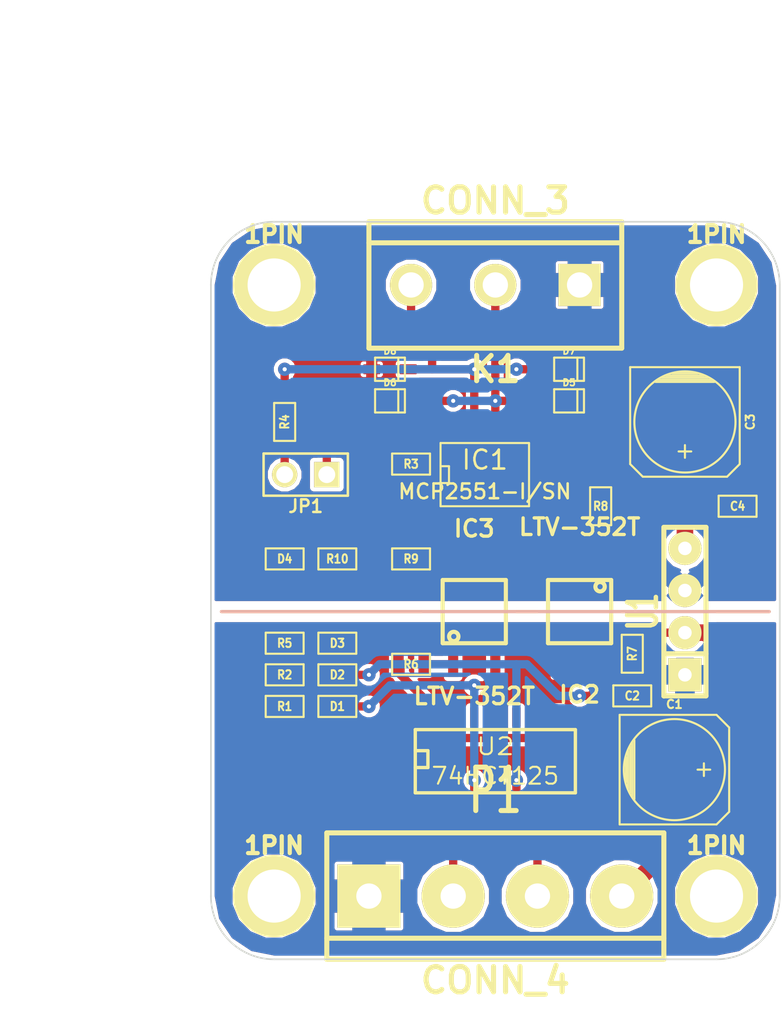
<source format=kicad_pcb>
(kicad_pcb (version 3) (host pcbnew "(2013-may-18)-stable")

  (general
    (links 60)
    (no_connects 0)
    (area 10.415002 16.200001 57.835001 76.0984)
    (thickness 1.6)
    (drawings 17)
    (tracks 131)
    (zones 0)
    (modules 34)
    (nets 21)
  )

  (page A3)
  (layers
    (15 F.Cu signal)
    (0 B.Cu signal)
    (16 B.Adhes user)
    (17 F.Adhes user)
    (18 B.Paste user)
    (19 F.Paste user)
    (20 B.SilkS user)
    (21 F.SilkS user)
    (22 B.Mask user)
    (23 F.Mask user)
    (24 Dwgs.User user)
    (25 Cmts.User user)
    (26 Eco1.User user)
    (27 Eco2.User user)
    (28 Edge.Cuts user)
  )

  (setup
    (last_trace_width 0.5)
    (user_trace_width 0.254)
    (user_trace_width 0.5)
    (user_trace_width 0.75)
    (user_trace_width 1)
    (trace_clearance 0.254)
    (zone_clearance 0.17)
    (zone_45_only no)
    (trace_min 0.254)
    (segment_width 0.2)
    (edge_width 0.1)
    (via_size 0.889)
    (via_drill 0.635)
    (via_min_size 0.6)
    (via_min_drill 0.2)
    (user_via 0.8 0.25)
    (uvia_size 0.508)
    (uvia_drill 0.127)
    (uvias_allowed no)
    (uvia_min_size 0.508)
    (uvia_min_drill 0.127)
    (pcb_text_width 0.3)
    (pcb_text_size 1.5 1.5)
    (mod_edge_width 0.25)
    (mod_text_size 1 1)
    (mod_text_width 0.15)
    (pad_size 2 2)
    (pad_drill 0.8128)
    (pad_to_mask_clearance 0)
    (aux_axis_origin 0 0)
    (visible_elements FFFFFFBF)
    (pcbplotparams
      (layerselection 284196865)
      (usegerberextensions false)
      (excludeedgelayer true)
      (linewidth 0.150000)
      (plotframeref false)
      (viasonmask false)
      (mode 1)
      (useauxorigin false)
      (hpglpennumber 1)
      (hpglpenspeed 20)
      (hpglpendiameter 15)
      (hpglpenoverlay 2)
      (psnegative false)
      (psa4output false)
      (plotreference true)
      (plotvalue true)
      (plotothertext true)
      (plotinvisibletext false)
      (padsonsilk false)
      (subtractmaskfromsilk false)
      (outputformat 2)
      (mirror false)
      (drillshape 2)
      (scaleselection 1)
      (outputdirectory pdfs/))
  )

  (net 0 "")
  (net 1 +5V)
  (net 2 BUS_5V)
  (net 3 BUS_GND)
  (net 4 GND)
  (net 5 N-0000020)
  (net 6 N-0000021)
  (net 7 N-0000022)
  (net 8 N-0000023)
  (net 9 N-0000024)
  (net 10 N-0000025)
  (net 11 N-0000026)
  (net 12 N-0000027)
  (net 13 N-000004)
  (net 14 N-000005)
  (net 15 N-000006)
  (net 16 N-000007)
  (net 17 RXD)
  (net 18 RXDout)
  (net 19 TXD)
  (net 20 TXDin)

  (net_class Default "This is the default net class."
    (clearance 0.254)
    (trace_width 0.254)
    (via_dia 0.889)
    (via_drill 0.635)
    (uvia_dia 0.508)
    (uvia_drill 0.127)
    (add_net "")
    (add_net +5V)
    (add_net BUS_5V)
    (add_net BUS_GND)
    (add_net GND)
    (add_net N-0000020)
    (add_net N-0000021)
    (add_net N-0000022)
    (add_net N-0000023)
    (add_net N-0000024)
    (add_net N-0000025)
    (add_net N-0000026)
    (add_net N-0000027)
    (add_net N-000004)
    (add_net N-000005)
    (add_net N-000006)
    (add_net N-000007)
    (add_net RXD)
    (add_net RXDout)
    (add_net TXD)
    (add_net TXDin)
  )

  (module SO8E (layer F.Cu) (tedit 4F33A5C7) (tstamp 5557C90E)
    (at 40.005 44.45)
    (descr "module CMS SOJ 8 pins etroit")
    (tags "CMS SOJ")
    (path /5557C9B9)
    (attr smd)
    (fp_text reference IC1 (at 0 -0.889) (layer F.SilkS)
      (effects (font (size 1.143 1.143) (thickness 0.1524)))
    )
    (fp_text value MCP2551-I/SN (at 0 1.016) (layer F.SilkS)
      (effects (font (size 0.889 0.889) (thickness 0.1524)))
    )
    (fp_line (start -2.667 1.778) (end -2.667 1.905) (layer F.SilkS) (width 0.127))
    (fp_line (start -2.667 1.905) (end 2.667 1.905) (layer F.SilkS) (width 0.127))
    (fp_line (start 2.667 -1.905) (end -2.667 -1.905) (layer F.SilkS) (width 0.127))
    (fp_line (start -2.667 -1.905) (end -2.667 1.778) (layer F.SilkS) (width 0.127))
    (fp_line (start -2.667 -0.508) (end -2.159 -0.508) (layer F.SilkS) (width 0.127))
    (fp_line (start -2.159 -0.508) (end -2.159 0.508) (layer F.SilkS) (width 0.127))
    (fp_line (start -2.159 0.508) (end -2.667 0.508) (layer F.SilkS) (width 0.127))
    (fp_line (start 2.667 -1.905) (end 2.667 1.905) (layer F.SilkS) (width 0.127))
    (pad 8 smd rect (at -1.905 -2.667) (size 0.59944 1.39954)
      (layers F.Cu F.Paste F.Mask)
      (net 12 N-0000027)
    )
    (pad 1 smd rect (at -1.905 2.667) (size 0.59944 1.39954)
      (layers F.Cu F.Paste F.Mask)
      (net 6 N-0000021)
    )
    (pad 7 smd rect (at -0.635 -2.667) (size 0.59944 1.39954)
      (layers F.Cu F.Paste F.Mask)
      (net 10 N-0000025)
    )
    (pad 6 smd rect (at 0.635 -2.667) (size 0.59944 1.39954)
      (layers F.Cu F.Paste F.Mask)
      (net 11 N-0000026)
    )
    (pad 5 smd rect (at 1.905 -2.667) (size 0.59944 1.39954)
      (layers F.Cu F.Paste F.Mask)
    )
    (pad 2 smd rect (at -0.635 2.667) (size 0.59944 1.39954)
      (layers F.Cu F.Paste F.Mask)
      (net 3 BUS_GND)
    )
    (pad 3 smd rect (at 0.635 2.667) (size 0.59944 1.39954)
      (layers F.Cu F.Paste F.Mask)
      (net 2 BUS_5V)
    )
    (pad 4 smd rect (at 1.905 2.667) (size 0.59944 1.39954)
      (layers F.Cu F.Paste F.Mask)
      (net 7 N-0000022)
    )
    (model smd/cms_so8.wrl
      (at (xyz 0 0 0))
      (scale (xyz 0.5 0.32 0.5))
      (rotate (xyz 0 0 0))
    )
  )

  (module SM0603 (layer F.Cu) (tedit 556393DF) (tstamp 5557C918)
    (at 35.56 43.815 180)
    (path /5557C097)
    (attr smd)
    (fp_text reference R3 (at 0 0 180) (layer F.SilkS)
      (effects (font (size 0.508 0.4572) (thickness 0.1143)))
    )
    (fp_text value 120 (at 0 0 180) (layer F.SilkS) hide
      (effects (font (size 0.508 0.4572) (thickness 0.1143)))
    )
    (fp_line (start -1.143 -0.635) (end 1.143 -0.635) (layer F.SilkS) (width 0.127))
    (fp_line (start 1.143 -0.635) (end 1.143 0.635) (layer F.SilkS) (width 0.127))
    (fp_line (start 1.143 0.635) (end -1.143 0.635) (layer F.SilkS) (width 0.127))
    (fp_line (start -1.143 0.635) (end -1.143 -0.635) (layer F.SilkS) (width 0.127))
    (pad 1 smd rect (at -0.762 0 180) (size 0.635 1.143)
      (layers F.Cu F.Paste F.Mask)
      (net 12 N-0000027)
    )
    (pad 2 smd rect (at 0.762 0 180) (size 0.635 1.143)
      (layers F.Cu F.Paste F.Mask)
      (net 3 BUS_GND)
    )
    (model smd\resistors\R0603.wrl
      (at (xyz 0 0 0.001))
      (scale (xyz 0.5 0.5 0.5))
      (rotate (xyz 0 0 0))
    )
  )

  (module SM0603 (layer F.Cu) (tedit 5557CA49) (tstamp 5557C922)
    (at 27.94 56.515)
    (path /5557C0BD)
    (attr smd)
    (fp_text reference R2 (at 0 0) (layer F.SilkS)
      (effects (font (size 0.508 0.4572) (thickness 0.1143)))
    )
    (fp_text value 1k (at 0 0) (layer F.SilkS) hide
      (effects (font (size 0.508 0.4572) (thickness 0.1143)))
    )
    (fp_line (start -1.143 -0.635) (end 1.143 -0.635) (layer F.SilkS) (width 0.127))
    (fp_line (start 1.143 -0.635) (end 1.143 0.635) (layer F.SilkS) (width 0.127))
    (fp_line (start 1.143 0.635) (end -1.143 0.635) (layer F.SilkS) (width 0.127))
    (fp_line (start -1.143 0.635) (end -1.143 -0.635) (layer F.SilkS) (width 0.127))
    (pad 1 smd rect (at -0.762 0) (size 0.635 1.143)
      (layers F.Cu F.Paste F.Mask)
      (net 1 +5V)
    )
    (pad 2 smd rect (at 0.762 0) (size 0.635 1.143)
      (layers F.Cu F.Paste F.Mask)
      (net 14 N-000005)
    )
    (model smd\resistors\R0603.wrl
      (at (xyz 0 0 0.001))
      (scale (xyz 0.5 0.5 0.5))
      (rotate (xyz 0 0 0))
    )
  )

  (module SM0603 (layer F.Cu) (tedit 4E43A3D1) (tstamp 5557C92C)
    (at 31.115 58.42)
    (path /5557C0EA)
    (attr smd)
    (fp_text reference D1 (at 0 0) (layer F.SilkS)
      (effects (font (size 0.508 0.4572) (thickness 0.1143)))
    )
    (fp_text value LED (at 0 0) (layer F.SilkS) hide
      (effects (font (size 0.508 0.4572) (thickness 0.1143)))
    )
    (fp_line (start -1.143 -0.635) (end 1.143 -0.635) (layer F.SilkS) (width 0.127))
    (fp_line (start 1.143 -0.635) (end 1.143 0.635) (layer F.SilkS) (width 0.127))
    (fp_line (start 1.143 0.635) (end -1.143 0.635) (layer F.SilkS) (width 0.127))
    (fp_line (start -1.143 0.635) (end -1.143 -0.635) (layer F.SilkS) (width 0.127))
    (pad 1 smd rect (at -0.762 0) (size 0.635 1.143)
      (layers F.Cu F.Paste F.Mask)
      (net 15 N-000006)
    )
    (pad 2 smd rect (at 0.762 0) (size 0.635 1.143)
      (layers F.Cu F.Paste F.Mask)
      (net 19 TXD)
    )
    (model smd\resistors\R0603.wrl
      (at (xyz 0 0 0.001))
      (scale (xyz 0.5 0.5 0.5))
      (rotate (xyz 0 0 0))
    )
  )

  (module SM0603 (layer F.Cu) (tedit 4E43A3D1) (tstamp 5557C936)
    (at 31.115 56.515)
    (path /5557C0F9)
    (attr smd)
    (fp_text reference D2 (at 0 0) (layer F.SilkS)
      (effects (font (size 0.508 0.4572) (thickness 0.1143)))
    )
    (fp_text value LED (at 0 0) (layer F.SilkS) hide
      (effects (font (size 0.508 0.4572) (thickness 0.1143)))
    )
    (fp_line (start -1.143 -0.635) (end 1.143 -0.635) (layer F.SilkS) (width 0.127))
    (fp_line (start 1.143 -0.635) (end 1.143 0.635) (layer F.SilkS) (width 0.127))
    (fp_line (start 1.143 0.635) (end -1.143 0.635) (layer F.SilkS) (width 0.127))
    (fp_line (start -1.143 0.635) (end -1.143 -0.635) (layer F.SilkS) (width 0.127))
    (pad 1 smd rect (at -0.762 0) (size 0.635 1.143)
      (layers F.Cu F.Paste F.Mask)
      (net 14 N-000005)
    )
    (pad 2 smd rect (at 0.762 0) (size 0.635 1.143)
      (layers F.Cu F.Paste F.Mask)
      (net 17 RXD)
    )
    (model smd\resistors\R0603.wrl
      (at (xyz 0 0 0.001))
      (scale (xyz 0.5 0.5 0.5))
      (rotate (xyz 0 0 0))
    )
  )

  (module SM0603 (layer F.Cu) (tedit 5557D49B) (tstamp 5557C940)
    (at 27.94 41.275 90)
    (path /5557C303)
    (attr smd)
    (fp_text reference R4 (at 0 0 90) (layer F.SilkS)
      (effects (font (size 0.508 0.4572) (thickness 0.1143)))
    )
    (fp_text value 60 (at 0 0 90) (layer F.SilkS) hide
      (effects (font (size 0.508 0.4572) (thickness 0.1143)))
    )
    (fp_line (start -1.143 -0.635) (end 1.143 -0.635) (layer F.SilkS) (width 0.127))
    (fp_line (start 1.143 -0.635) (end 1.143 0.635) (layer F.SilkS) (width 0.127))
    (fp_line (start 1.143 0.635) (end -1.143 0.635) (layer F.SilkS) (width 0.127))
    (fp_line (start -1.143 0.635) (end -1.143 -0.635) (layer F.SilkS) (width 0.127))
    (pad 1 smd rect (at -0.762 0 90) (size 0.635 1.143)
      (layers F.Cu F.Paste F.Mask)
      (net 9 N-0000024)
    )
    (pad 2 smd rect (at 0.762 0 90) (size 0.635 1.143)
      (layers F.Cu F.Paste F.Mask)
      (net 10 N-0000025)
    )
    (model smd\resistors\R0603.wrl
      (at (xyz 0 0 0.001))
      (scale (xyz 0.5 0.5 0.5))
      (rotate (xyz 0 0 0))
    )
  )

  (module SM0603 (layer F.Cu) (tedit 556396C8) (tstamp 556392E2)
    (at 48.895 57.785)
    (path /5557C4B0)
    (attr smd)
    (fp_text reference C2 (at 0 0) (layer F.SilkS)
      (effects (font (size 0.508 0.4572) (thickness 0.1143)))
    )
    (fp_text value 100nF (at 0 0) (layer F.SilkS) hide
      (effects (font (size 0.508 0.4572) (thickness 0.1143)))
    )
    (fp_line (start -1.143 -0.635) (end 1.143 -0.635) (layer F.SilkS) (width 0.127))
    (fp_line (start 1.143 -0.635) (end 1.143 0.635) (layer F.SilkS) (width 0.127))
    (fp_line (start 1.143 0.635) (end -1.143 0.635) (layer F.SilkS) (width 0.127))
    (fp_line (start -1.143 0.635) (end -1.143 -0.635) (layer F.SilkS) (width 0.127))
    (pad 1 smd rect (at -0.762 0) (size 0.635 1.143)
      (layers F.Cu F.Paste F.Mask)
      (net 1 +5V)
    )
    (pad 2 smd rect (at 0.762 0) (size 0.635 1.143)
      (layers F.Cu F.Paste F.Mask)
      (net 4 GND)
    )
    (model smd\resistors\R0603.wrl
      (at (xyz 0 0 0.001))
      (scale (xyz 0.5 0.5 0.5))
      (rotate (xyz 0 0 0))
    )
  )

  (module SM0603 (layer F.Cu) (tedit 4E43A3D1) (tstamp 5557C954)
    (at 27.94 54.61)
    (path /5557C4DD)
    (attr smd)
    (fp_text reference R5 (at 0 0) (layer F.SilkS)
      (effects (font (size 0.508 0.4572) (thickness 0.1143)))
    )
    (fp_text value 1k (at 0 0) (layer F.SilkS) hide
      (effects (font (size 0.508 0.4572) (thickness 0.1143)))
    )
    (fp_line (start -1.143 -0.635) (end 1.143 -0.635) (layer F.SilkS) (width 0.127))
    (fp_line (start 1.143 -0.635) (end 1.143 0.635) (layer F.SilkS) (width 0.127))
    (fp_line (start 1.143 0.635) (end -1.143 0.635) (layer F.SilkS) (width 0.127))
    (fp_line (start -1.143 0.635) (end -1.143 -0.635) (layer F.SilkS) (width 0.127))
    (pad 1 smd rect (at -0.762 0) (size 0.635 1.143)
      (layers F.Cu F.Paste F.Mask)
      (net 1 +5V)
    )
    (pad 2 smd rect (at 0.762 0) (size 0.635 1.143)
      (layers F.Cu F.Paste F.Mask)
      (net 5 N-0000020)
    )
    (model smd\resistors\R0603.wrl
      (at (xyz 0 0 0.001))
      (scale (xyz 0.5 0.5 0.5))
      (rotate (xyz 0 0 0))
    )
  )

  (module SM0603 (layer F.Cu) (tedit 5557CAB9) (tstamp 5557C95E)
    (at 31.115 54.61)
    (path /5557C4EC)
    (attr smd)
    (fp_text reference D3 (at 0 0) (layer F.SilkS)
      (effects (font (size 0.508 0.4572) (thickness 0.1143)))
    )
    (fp_text value LED (at 0 0) (layer F.SilkS) hide
      (effects (font (size 0.508 0.4572) (thickness 0.1143)))
    )
    (fp_line (start -1.143 -0.635) (end 1.143 -0.635) (layer F.SilkS) (width 0.127))
    (fp_line (start 1.143 -0.635) (end 1.143 0.635) (layer F.SilkS) (width 0.127))
    (fp_line (start 1.143 0.635) (end -1.143 0.635) (layer F.SilkS) (width 0.127))
    (fp_line (start -1.143 0.635) (end -1.143 -0.635) (layer F.SilkS) (width 0.127))
    (pad 1 smd rect (at -0.762 0) (size 0.635 1.143)
      (layers F.Cu F.Paste F.Mask)
      (net 5 N-0000020)
    )
    (pad 2 smd rect (at 0.762 0) (size 0.635 1.143)
      (layers F.Cu F.Paste F.Mask)
      (net 4 GND)
    )
    (model smd\resistors\R0603.wrl
      (at (xyz 0 0 0.001))
      (scale (xyz 0.5 0.5 0.5))
      (rotate (xyz 0 0 0))
    )
  )

  (module PIN_ARRAY_2X1 (layer F.Cu) (tedit 4565C520) (tstamp 5557C968)
    (at 29.21 44.45 180)
    (descr "Connecteurs 2 pins")
    (tags "CONN DEV")
    (path /5557C31C)
    (fp_text reference JP1 (at 0 -1.905 180) (layer F.SilkS)
      (effects (font (size 0.762 0.762) (thickness 0.1524)))
    )
    (fp_text value JUMPER (at 0 -1.905 180) (layer F.SilkS) hide
      (effects (font (size 0.762 0.762) (thickness 0.1524)))
    )
    (fp_line (start -2.54 1.27) (end -2.54 -1.27) (layer F.SilkS) (width 0.1524))
    (fp_line (start -2.54 -1.27) (end 2.54 -1.27) (layer F.SilkS) (width 0.1524))
    (fp_line (start 2.54 -1.27) (end 2.54 1.27) (layer F.SilkS) (width 0.1524))
    (fp_line (start 2.54 1.27) (end -2.54 1.27) (layer F.SilkS) (width 0.1524))
    (pad 1 thru_hole rect (at -1.27 0 180) (size 1.524 1.524) (drill 1.016)
      (layers *.Cu *.Mask F.SilkS)
      (net 11 N-0000026)
    )
    (pad 2 thru_hole circle (at 1.27 0 180) (size 1.524 1.524) (drill 1.016)
      (layers *.Cu *.Mask F.SilkS)
      (net 9 N-0000024)
    )
    (model pin_array/pins_array_2x1.wrl
      (at (xyz 0 0 0))
      (scale (xyz 1 1 1))
      (rotate (xyz 0 0 0))
    )
  )

  (module c_elec_6.3x5.8 (layer F.Cu) (tedit 49F5C09D) (tstamp 5557C97C)
    (at 51.435 62.23)
    (descr "SMT capacitor, aluminium electrolytic, 6.3x5.8")
    (path /5557C4CE)
    (fp_text reference C1 (at 0 -3.937) (layer F.SilkS)
      (effects (font (size 0.50038 0.50038) (thickness 0.11938)))
    )
    (fp_text value 47uF (at 0 3.81) (layer F.SilkS) hide
      (effects (font (size 0.50038 0.50038) (thickness 0.11938)))
    )
    (fp_line (start -2.921 -0.762) (end -2.921 0.762) (layer F.SilkS) (width 0.127))
    (fp_line (start -2.794 1.143) (end -2.794 -1.143) (layer F.SilkS) (width 0.127))
    (fp_line (start -2.667 -1.397) (end -2.667 1.397) (layer F.SilkS) (width 0.127))
    (fp_line (start -2.54 1.651) (end -2.54 -1.651) (layer F.SilkS) (width 0.127))
    (fp_line (start -2.413 -1.778) (end -2.413 1.778) (layer F.SilkS) (width 0.127))
    (fp_circle (center 0 0) (end -3.048 0) (layer F.SilkS) (width 0.127))
    (fp_line (start -3.302 -3.302) (end -3.302 3.302) (layer F.SilkS) (width 0.127))
    (fp_line (start -3.302 3.302) (end 2.54 3.302) (layer F.SilkS) (width 0.127))
    (fp_line (start 2.54 3.302) (end 3.302 2.54) (layer F.SilkS) (width 0.127))
    (fp_line (start 3.302 2.54) (end 3.302 -2.54) (layer F.SilkS) (width 0.127))
    (fp_line (start 3.302 -2.54) (end 2.54 -3.302) (layer F.SilkS) (width 0.127))
    (fp_line (start 2.54 -3.302) (end -3.302 -3.302) (layer F.SilkS) (width 0.127))
    (fp_line (start 2.159 0) (end 1.397 0) (layer F.SilkS) (width 0.127))
    (fp_line (start 1.778 -0.381) (end 1.778 0.381) (layer F.SilkS) (width 0.127))
    (pad 1 smd rect (at 2.75082 0) (size 3.59918 1.6002)
      (layers F.Cu F.Paste F.Mask)
      (net 1 +5V)
    )
    (pad 2 smd rect (at -2.75082 0) (size 3.59918 1.6002)
      (layers F.Cu F.Paste F.Mask)
      (net 4 GND)
    )
    (model smd/capacitors/c_elec_6_3x5_8.wrl
      (at (xyz 0 0 0))
      (scale (xyz 1 1 1))
      (rotate (xyz 0 0 0))
    )
  )

  (module bornier4 (layer F.Cu) (tedit 3EC0ED29) (tstamp 5557C989)
    (at 40.64 69.85)
    (descr "Bornier d'alimentation 4 pins")
    (tags DEV)
    (path /5557C144)
    (fp_text reference P1 (at 0 -6.35) (layer F.SilkS)
      (effects (font (size 2.6162 1.59766) (thickness 0.3048)))
    )
    (fp_text value CONN_4 (at 0 5.08) (layer F.SilkS)
      (effects (font (size 1.524 1.524) (thickness 0.3048)))
    )
    (fp_line (start -10.16 -3.81) (end -10.16 3.81) (layer F.SilkS) (width 0.3048))
    (fp_line (start 10.16 3.81) (end 10.16 -3.81) (layer F.SilkS) (width 0.3048))
    (fp_line (start 10.16 2.54) (end -10.16 2.54) (layer F.SilkS) (width 0.3048))
    (fp_line (start -10.16 -3.81) (end 10.16 -3.81) (layer F.SilkS) (width 0.3048))
    (fp_line (start -10.16 3.81) (end 10.16 3.81) (layer F.SilkS) (width 0.3048))
    (pad 2 thru_hole circle (at -2.54 0) (size 3.81 3.81) (drill 1.524)
      (layers *.Cu *.Mask F.SilkS)
      (net 20 TXDin)
    )
    (pad 3 thru_hole circle (at 2.54 0) (size 3.81 3.81) (drill 1.524)
      (layers *.Cu *.Mask F.SilkS)
      (net 18 RXDout)
    )
    (pad 1 thru_hole rect (at -7.62 0) (size 3.81 3.81) (drill 1.524)
      (layers *.Cu *.Mask F.SilkS)
      (net 4 GND)
    )
    (pad 4 thru_hole circle (at 7.62 0) (size 3.81 3.81) (drill 1.524)
      (layers *.Cu *.Mask F.SilkS)
      (net 1 +5V)
    )
    (model device/bornier_4.wrl
      (at (xyz 0 0 0))
      (scale (xyz 1 1 1))
      (rotate (xyz 0 0 0))
    )
  )

  (module bornier3 (layer F.Cu) (tedit 3EC0ECFA) (tstamp 5557C995)
    (at 40.64 33.02 180)
    (descr "Bornier d'alimentation 3 pins")
    (tags DEV)
    (path /5557C2A1)
    (fp_text reference K1 (at 0 -5.08 180) (layer F.SilkS)
      (effects (font (size 1.524 1.524) (thickness 0.3048)))
    )
    (fp_text value CONN_3 (at 0 5.08 180) (layer F.SilkS)
      (effects (font (size 1.524 1.524) (thickness 0.3048)))
    )
    (fp_line (start -7.62 3.81) (end -7.62 -3.81) (layer F.SilkS) (width 0.3048))
    (fp_line (start 7.62 3.81) (end 7.62 -3.81) (layer F.SilkS) (width 0.3048))
    (fp_line (start -7.62 2.54) (end 7.62 2.54) (layer F.SilkS) (width 0.3048))
    (fp_line (start -7.62 -3.81) (end 7.62 -3.81) (layer F.SilkS) (width 0.3048))
    (fp_line (start -7.62 3.81) (end 7.62 3.81) (layer F.SilkS) (width 0.3048))
    (pad 1 thru_hole rect (at -5.08 0 180) (size 2.54 2.54) (drill 1.524)
      (layers *.Cu *.Mask F.SilkS)
      (net 3 BUS_GND)
    )
    (pad 2 thru_hole circle (at 0 0 180) (size 2.54 2.54) (drill 1.524)
      (layers *.Cu *.Mask F.SilkS)
      (net 11 N-0000026)
    )
    (pad 3 thru_hole circle (at 5.08 0 180) (size 2.54 2.54) (drill 1.524)
      (layers *.Cu *.Mask F.SilkS)
      (net 10 N-0000025)
    )
    (model device/bornier_3.wrl
      (at (xyz 0 0 0))
      (scale (xyz 1 1 1))
      (rotate (xyz 0 0 0))
    )
  )

  (module SM0603 (layer F.Cu) (tedit 5557CA3E) (tstamp 5557C8FA)
    (at 27.94 58.42)
    (path /5557C0CC)
    (attr smd)
    (fp_text reference R1 (at 0 0) (layer F.SilkS)
      (effects (font (size 0.508 0.4572) (thickness 0.1143)))
    )
    (fp_text value 1k (at 0 0) (layer F.SilkS) hide
      (effects (font (size 0.508 0.4572) (thickness 0.1143)))
    )
    (fp_line (start -1.143 -0.635) (end 1.143 -0.635) (layer F.SilkS) (width 0.127))
    (fp_line (start 1.143 -0.635) (end 1.143 0.635) (layer F.SilkS) (width 0.127))
    (fp_line (start 1.143 0.635) (end -1.143 0.635) (layer F.SilkS) (width 0.127))
    (fp_line (start -1.143 0.635) (end -1.143 -0.635) (layer F.SilkS) (width 0.127))
    (pad 1 smd rect (at -0.762 0) (size 0.635 1.143)
      (layers F.Cu F.Paste F.Mask)
      (net 1 +5V)
    )
    (pad 2 smd rect (at 0.762 0) (size 0.635 1.143)
      (layers F.Cu F.Paste F.Mask)
      (net 15 N-000006)
    )
    (model smd\resistors\R0603.wrl
      (at (xyz 0 0 0.001))
      (scale (xyz 0.5 0.5 0.5))
      (rotate (xyz 0 0 0))
    )
  )

  (module 1pin (layer F.Cu) (tedit 5557D331) (tstamp 5557D31C)
    (at 53.975 69.85)
    (descr "module 1 pin (ou trou mecanique de percage)")
    (tags DEV)
    (path 1pin)
    (fp_text reference 1PIN (at 0 -3.048) (layer F.SilkS)
      (effects (font (size 1.016 1.016) (thickness 0.254)))
    )
    (fp_text value P*** (at 0 2.794) (layer F.SilkS) hide
      (effects (font (size 1.016 1.016) (thickness 0.254)))
    )
    (fp_circle (center 0 0) (end 0 -2.286) (layer F.SilkS) (width 0.381))
    (pad 1 thru_hole circle (at 0 0) (size 4.5 4.5) (drill 3.2)
      (layers *.Cu *.Mask F.SilkS)
    )
  )

  (module 1pin (layer F.Cu) (tedit 5557D33B) (tstamp 5557D327)
    (at 27.305 69.85)
    (descr "module 1 pin (ou trou mecanique de percage)")
    (tags DEV)
    (path 1pin)
    (fp_text reference 1PIN (at 0 -3.048) (layer F.SilkS)
      (effects (font (size 1.016 1.016) (thickness 0.254)))
    )
    (fp_text value P*** (at 0 2.794) (layer F.SilkS) hide
      (effects (font (size 1.016 1.016) (thickness 0.254)))
    )
    (fp_circle (center 0 0) (end 0 -2.286) (layer F.SilkS) (width 0.381))
    (pad 1 thru_hole circle (at 0 0) (size 4.5 4.5) (drill 3.2)
      (layers *.Cu *.Mask F.SilkS)
    )
  )

  (module 1pin (layer F.Cu) (tedit 5557D357) (tstamp 555A68BB)
    (at 53.975 33.02)
    (descr "module 1 pin (ou trou mecanique de percage)")
    (tags DEV)
    (path 1pin)
    (fp_text reference 1PIN (at 0 -3.048) (layer F.SilkS)
      (effects (font (size 1.016 1.016) (thickness 0.254)))
    )
    (fp_text value P*** (at 0 2.794) (layer F.SilkS) hide
      (effects (font (size 1.016 1.016) (thickness 0.254)))
    )
    (fp_circle (center 0 0) (end 0 -2.286) (layer F.SilkS) (width 0.381))
    (pad 1 thru_hole circle (at 0 0) (size 4.5 4.5) (drill 3.2)
      (layers *.Cu *.Mask F.SilkS)
    )
  )

  (module 1pin (layer F.Cu) (tedit 5557D354) (tstamp 5557D351)
    (at 27.305 33.02)
    (descr "module 1 pin (ou trou mecanique de percage)")
    (tags DEV)
    (path 1pin)
    (fp_text reference 1PIN (at 0 -3.048) (layer F.SilkS)
      (effects (font (size 1.016 1.016) (thickness 0.254)))
    )
    (fp_text value P*** (at 0 2.794) (layer F.SilkS) hide
      (effects (font (size 1.016 1.016) (thickness 0.254)))
    )
    (fp_circle (center 0 0) (end 0 -2.286) (layer F.SilkS) (width 0.381))
    (pad 1 thru_hole circle (at 0 0) (size 4.5 4.5) (drill 3.2)
      (layers *.Cu *.Mask F.SilkS)
    )
  )

  (module SM0603 (layer F.Cu) (tedit 555F14E1) (tstamp 555DDF75)
    (at 46.99 46.355 270)
    (path /555DB5D6)
    (attr smd)
    (fp_text reference R8 (at 0 0 360) (layer F.SilkS)
      (effects (font (size 0.508 0.4572) (thickness 0.1143)))
    )
    (fp_text value 390 (at 0 0 270) (layer F.SilkS) hide
      (effects (font (size 0.508 0.4572) (thickness 0.1143)))
    )
    (fp_line (start -1.143 -0.635) (end 1.143 -0.635) (layer F.SilkS) (width 0.127))
    (fp_line (start 1.143 -0.635) (end 1.143 0.635) (layer F.SilkS) (width 0.127))
    (fp_line (start 1.143 0.635) (end -1.143 0.635) (layer F.SilkS) (width 0.127))
    (fp_line (start -1.143 0.635) (end -1.143 -0.635) (layer F.SilkS) (width 0.127))
    (pad 1 smd rect (at -0.762 0 270) (size 0.635 1.143)
      (layers F.Cu F.Paste F.Mask)
      (net 2 BUS_5V)
    )
    (pad 2 smd rect (at 0.762 0 270) (size 0.635 1.143)
      (layers F.Cu F.Paste F.Mask)
      (net 8 N-0000023)
    )
    (model smd\resistors\R0603.wrl
      (at (xyz 0 0 0.001))
      (scale (xyz 0.5 0.5 0.5))
      (rotate (xyz 0 0 0))
    )
  )

  (module SM0603 (layer F.Cu) (tedit 55639391) (tstamp 555DDF7F)
    (at 35.56 49.53)
    (path /555DB70E)
    (attr smd)
    (fp_text reference R9 (at 0 0) (layer F.SilkS)
      (effects (font (size 0.508 0.4572) (thickness 0.1143)))
    )
    (fp_text value 1k (at 0 0) (layer F.SilkS) hide
      (effects (font (size 0.508 0.4572) (thickness 0.1143)))
    )
    (fp_line (start -1.143 -0.635) (end 1.143 -0.635) (layer F.SilkS) (width 0.127))
    (fp_line (start 1.143 -0.635) (end 1.143 0.635) (layer F.SilkS) (width 0.127))
    (fp_line (start 1.143 0.635) (end -1.143 0.635) (layer F.SilkS) (width 0.127))
    (fp_line (start -1.143 0.635) (end -1.143 -0.635) (layer F.SilkS) (width 0.127))
    (pad 1 smd rect (at -0.762 0) (size 0.635 1.143)
      (layers F.Cu F.Paste F.Mask)
      (net 2 BUS_5V)
    )
    (pad 2 smd rect (at 0.762 0) (size 0.635 1.143)
      (layers F.Cu F.Paste F.Mask)
      (net 6 N-0000021)
    )
    (model smd\resistors\R0603.wrl
      (at (xyz 0 0 0.001))
      (scale (xyz 0.5 0.5 0.5))
      (rotate (xyz 0 0 0))
    )
  )

  (module SM0603 (layer F.Cu) (tedit 556390B6) (tstamp 555DDF89)
    (at 48.895 55.245 270)
    (path /555DB78B)
    (attr smd)
    (fp_text reference R7 (at 0 0 270) (layer F.SilkS)
      (effects (font (size 0.508 0.4572) (thickness 0.1143)))
    )
    (fp_text value R (at 0 0 270) (layer F.SilkS) hide
      (effects (font (size 0.508 0.4572) (thickness 0.1143)))
    )
    (fp_line (start -1.143 -0.635) (end 1.143 -0.635) (layer F.SilkS) (width 0.127))
    (fp_line (start 1.143 -0.635) (end 1.143 0.635) (layer F.SilkS) (width 0.127))
    (fp_line (start 1.143 0.635) (end -1.143 0.635) (layer F.SilkS) (width 0.127))
    (fp_line (start -1.143 0.635) (end -1.143 -0.635) (layer F.SilkS) (width 0.127))
    (pad 1 smd rect (at -0.762 0 270) (size 0.635 1.143)
      (layers F.Cu F.Paste F.Mask)
      (net 1 +5V)
    )
    (pad 2 smd rect (at 0.762 0 270) (size 0.635 1.143)
      (layers F.Cu F.Paste F.Mask)
      (net 17 RXD)
    )
    (model smd\resistors\R0603.wrl
      (at (xyz 0 0 0.001))
      (scale (xyz 0.5 0.5 0.5))
      (rotate (xyz 0 0 0))
    )
  )

  (module SM0603 (layer F.Cu) (tedit 555F1B84) (tstamp 555DDF93)
    (at 35.56 55.88)
    (path /555DB83F)
    (attr smd)
    (fp_text reference R6 (at 0 0) (layer F.SilkS)
      (effects (font (size 0.508 0.4572) (thickness 0.1143)))
    )
    (fp_text value 390 (at 0 0) (layer F.SilkS) hide
      (effects (font (size 0.508 0.4572) (thickness 0.1143)))
    )
    (fp_line (start -1.143 -0.635) (end 1.143 -0.635) (layer F.SilkS) (width 0.127))
    (fp_line (start 1.143 -0.635) (end 1.143 0.635) (layer F.SilkS) (width 0.127))
    (fp_line (start 1.143 0.635) (end -1.143 0.635) (layer F.SilkS) (width 0.127))
    (fp_line (start -1.143 0.635) (end -1.143 -0.635) (layer F.SilkS) (width 0.127))
    (pad 1 smd rect (at -0.762 0) (size 0.635 1.143)
      (layers F.Cu F.Paste F.Mask)
      (net 1 +5V)
    )
    (pad 2 smd rect (at 0.762 0) (size 0.635 1.143)
      (layers F.Cu F.Paste F.Mask)
      (net 13 N-000004)
    )
    (model smd\resistors\R0603.wrl
      (at (xyz 0 0 0.001))
      (scale (xyz 0.5 0.5 0.5))
      (rotate (xyz 0 0 0))
    )
  )

  (module SM0603 (layer F.Cu) (tedit 4E43A3D1) (tstamp 555DDF9D)
    (at 55.245 46.355)
    (path /555DC2DE)
    (attr smd)
    (fp_text reference C4 (at 0 0) (layer F.SilkS)
      (effects (font (size 0.508 0.4572) (thickness 0.1143)))
    )
    (fp_text value 100nF (at 0 0) (layer F.SilkS) hide
      (effects (font (size 0.508 0.4572) (thickness 0.1143)))
    )
    (fp_line (start -1.143 -0.635) (end 1.143 -0.635) (layer F.SilkS) (width 0.127))
    (fp_line (start 1.143 -0.635) (end 1.143 0.635) (layer F.SilkS) (width 0.127))
    (fp_line (start 1.143 0.635) (end -1.143 0.635) (layer F.SilkS) (width 0.127))
    (fp_line (start -1.143 0.635) (end -1.143 -0.635) (layer F.SilkS) (width 0.127))
    (pad 1 smd rect (at -0.762 0) (size 0.635 1.143)
      (layers F.Cu F.Paste F.Mask)
      (net 2 BUS_5V)
    )
    (pad 2 smd rect (at 0.762 0) (size 0.635 1.143)
      (layers F.Cu F.Paste F.Mask)
      (net 3 BUS_GND)
    )
    (model smd\resistors\R0603.wrl
      (at (xyz 0 0 0.001))
      (scale (xyz 0.5 0.5 0.5))
      (rotate (xyz 0 0 0))
    )
  )

  (module SM0603 (layer F.Cu) (tedit 4E43A3D1) (tstamp 555DDFA7)
    (at 31.115 49.53 180)
    (path /555DC2F0)
    (attr smd)
    (fp_text reference R10 (at 0 0 180) (layer F.SilkS)
      (effects (font (size 0.508 0.4572) (thickness 0.1143)))
    )
    (fp_text value 1k (at 0 0 180) (layer F.SilkS) hide
      (effects (font (size 0.508 0.4572) (thickness 0.1143)))
    )
    (fp_line (start -1.143 -0.635) (end 1.143 -0.635) (layer F.SilkS) (width 0.127))
    (fp_line (start 1.143 -0.635) (end 1.143 0.635) (layer F.SilkS) (width 0.127))
    (fp_line (start 1.143 0.635) (end -1.143 0.635) (layer F.SilkS) (width 0.127))
    (fp_line (start -1.143 0.635) (end -1.143 -0.635) (layer F.SilkS) (width 0.127))
    (pad 1 smd rect (at -0.762 0 180) (size 0.635 1.143)
      (layers F.Cu F.Paste F.Mask)
      (net 2 BUS_5V)
    )
    (pad 2 smd rect (at 0.762 0 180) (size 0.635 1.143)
      (layers F.Cu F.Paste F.Mask)
      (net 16 N-000007)
    )
    (model smd\resistors\R0603.wrl
      (at (xyz 0 0 0.001))
      (scale (xyz 0.5 0.5 0.5))
      (rotate (xyz 0 0 0))
    )
  )

  (module SM0603 (layer F.Cu) (tedit 4E43A3D1) (tstamp 555F1E89)
    (at 27.94 49.53 180)
    (path /555DC2F6)
    (attr smd)
    (fp_text reference D4 (at 0 0 180) (layer F.SilkS)
      (effects (font (size 0.508 0.4572) (thickness 0.1143)))
    )
    (fp_text value LED (at 0 0 180) (layer F.SilkS) hide
      (effects (font (size 0.508 0.4572) (thickness 0.1143)))
    )
    (fp_line (start -1.143 -0.635) (end 1.143 -0.635) (layer F.SilkS) (width 0.127))
    (fp_line (start 1.143 -0.635) (end 1.143 0.635) (layer F.SilkS) (width 0.127))
    (fp_line (start 1.143 0.635) (end -1.143 0.635) (layer F.SilkS) (width 0.127))
    (fp_line (start -1.143 0.635) (end -1.143 -0.635) (layer F.SilkS) (width 0.127))
    (pad 1 smd rect (at -0.762 0 180) (size 0.635 1.143)
      (layers F.Cu F.Paste F.Mask)
      (net 16 N-000007)
    )
    (pad 2 smd rect (at 0.762 0 180) (size 0.635 1.143)
      (layers F.Cu F.Paste F.Mask)
      (net 3 BUS_GND)
    )
    (model smd\resistors\R0603.wrl
      (at (xyz 0 0 0.001))
      (scale (xyz 0.5 0.5 0.5))
      (rotate (xyz 0 0 0))
    )
  )

  (module SIL-4 (layer F.Cu) (tedit 555F28AD) (tstamp 555DDFC0)
    (at 52.07 52.705 90)
    (descr "Connecteur 4 pibs")
    (tags "CONN DEV")
    (path /555DC8A6)
    (fp_text reference U1 (at 0 -2.54 90) (layer F.SilkS)
      (effects (font (size 1.73482 1.08712) (thickness 0.3048)))
    )
    (fp_text value SIM1-0505 (at 0 -2.54 90) (layer F.SilkS) hide
      (effects (font (size 1.524 1.016) (thickness 0.3048)))
    )
    (fp_line (start -5.08 -1.27) (end -5.08 -1.27) (layer F.SilkS) (width 0.3048))
    (fp_line (start -5.08 1.27) (end -5.08 -1.27) (layer F.SilkS) (width 0.3048))
    (fp_line (start -5.08 -1.27) (end -5.08 -1.27) (layer F.SilkS) (width 0.3048))
    (fp_line (start -5.08 -1.27) (end 5.08 -1.27) (layer F.SilkS) (width 0.3048))
    (fp_line (start 5.08 -1.27) (end 5.08 1.27) (layer F.SilkS) (width 0.3048))
    (fp_line (start 5.08 1.27) (end -5.08 1.27) (layer F.SilkS) (width 0.3048))
    (fp_line (start -2.54 1.27) (end -2.54 -1.27) (layer F.SilkS) (width 0.3048))
    (pad 1 thru_hole rect (at -3.81 0 90) (size 2 2) (drill 0.8128)
      (layers *.Cu *.Mask F.SilkS)
      (net 4 GND)
    )
    (pad 2 thru_hole circle (at -1.27 0 90) (size 2 2) (drill 0.8128)
      (layers *.Cu *.Mask F.SilkS)
      (net 1 +5V)
    )
    (pad 3 thru_hole circle (at 1.27 0 90) (size 2 2) (drill 0.8128)
      (layers *.Cu *.Mask F.SilkS)
      (net 3 BUS_GND)
    )
    (pad 4 thru_hole circle (at 3.81 0 90) (size 2 2) (drill 0.8128)
      (layers *.Cu *.Mask F.SilkS)
      (net 2 BUS_5V)
    )
  )

  (module c_elec_6.3x5.8 (layer F.Cu) (tedit 49F5C09D) (tstamp 555DDFD4)
    (at 52.07 41.275 270)
    (descr "SMT capacitor, aluminium electrolytic, 6.3x5.8")
    (path /555DC2EA)
    (fp_text reference C3 (at 0 -3.937 270) (layer F.SilkS)
      (effects (font (size 0.50038 0.50038) (thickness 0.11938)))
    )
    (fp_text value 47uF (at 0 3.81 270) (layer F.SilkS) hide
      (effects (font (size 0.50038 0.50038) (thickness 0.11938)))
    )
    (fp_line (start -2.921 -0.762) (end -2.921 0.762) (layer F.SilkS) (width 0.127))
    (fp_line (start -2.794 1.143) (end -2.794 -1.143) (layer F.SilkS) (width 0.127))
    (fp_line (start -2.667 -1.397) (end -2.667 1.397) (layer F.SilkS) (width 0.127))
    (fp_line (start -2.54 1.651) (end -2.54 -1.651) (layer F.SilkS) (width 0.127))
    (fp_line (start -2.413 -1.778) (end -2.413 1.778) (layer F.SilkS) (width 0.127))
    (fp_circle (center 0 0) (end -3.048 0) (layer F.SilkS) (width 0.127))
    (fp_line (start -3.302 -3.302) (end -3.302 3.302) (layer F.SilkS) (width 0.127))
    (fp_line (start -3.302 3.302) (end 2.54 3.302) (layer F.SilkS) (width 0.127))
    (fp_line (start 2.54 3.302) (end 3.302 2.54) (layer F.SilkS) (width 0.127))
    (fp_line (start 3.302 2.54) (end 3.302 -2.54) (layer F.SilkS) (width 0.127))
    (fp_line (start 3.302 -2.54) (end 2.54 -3.302) (layer F.SilkS) (width 0.127))
    (fp_line (start 2.54 -3.302) (end -3.302 -3.302) (layer F.SilkS) (width 0.127))
    (fp_line (start 2.159 0) (end 1.397 0) (layer F.SilkS) (width 0.127))
    (fp_line (start 1.778 -0.381) (end 1.778 0.381) (layer F.SilkS) (width 0.127))
    (pad 1 smd rect (at 2.75082 0 270) (size 3.59918 1.6002)
      (layers F.Cu F.Paste F.Mask)
      (net 2 BUS_5V)
    )
    (pad 2 smd rect (at -2.75082 0 270) (size 3.59918 1.6002)
      (layers F.Cu F.Paste F.Mask)
      (net 3 BUS_GND)
    )
    (model smd/capacitors/c_elec_6_3x5_8.wrl
      (at (xyz 0 0 0))
      (scale (xyz 1 1 1))
      (rotate (xyz 0 0 0))
    )
  )

  (module SO14E (layer F.Cu) (tedit 42806FBF) (tstamp 555EFF14)
    (at 40.64 61.595)
    (descr "module CMS SOJ 14 pins etroit")
    (tags "CMS SOJ")
    (path /555DD9E4)
    (attr smd)
    (fp_text reference U2 (at 0 -0.762) (layer F.SilkS)
      (effects (font (size 1.016 1.143) (thickness 0.127)))
    )
    (fp_text value 74HCT125 (at 0 1.016) (layer F.SilkS)
      (effects (font (size 1.016 1.016) (thickness 0.127)))
    )
    (fp_line (start -4.826 -1.778) (end 4.826 -1.778) (layer F.SilkS) (width 0.2032))
    (fp_line (start 4.826 -1.778) (end 4.826 2.032) (layer F.SilkS) (width 0.2032))
    (fp_line (start 4.826 2.032) (end -4.826 2.032) (layer F.SilkS) (width 0.2032))
    (fp_line (start -4.826 2.032) (end -4.826 -1.778) (layer F.SilkS) (width 0.2032))
    (fp_line (start -4.826 -0.508) (end -4.064 -0.508) (layer F.SilkS) (width 0.2032))
    (fp_line (start -4.064 -0.508) (end -4.064 0.508) (layer F.SilkS) (width 0.2032))
    (fp_line (start -4.064 0.508) (end -4.826 0.508) (layer F.SilkS) (width 0.2032))
    (pad 1 smd rect (at -3.81 2.794) (size 0.508 1.143)
      (layers F.Cu F.Paste F.Mask)
      (net 4 GND)
    )
    (pad 2 smd rect (at -2.54 2.794) (size 0.508 1.143)
      (layers F.Cu F.Paste F.Mask)
      (net 20 TXDin)
    )
    (pad 3 smd rect (at -1.27 2.794) (size 0.508 1.143)
      (layers F.Cu F.Paste F.Mask)
      (net 19 TXD)
    )
    (pad 4 smd rect (at 0 2.794) (size 0.508 1.143)
      (layers F.Cu F.Paste F.Mask)
      (net 4 GND)
    )
    (pad 5 smd rect (at 1.27 2.794) (size 0.508 1.143)
      (layers F.Cu F.Paste F.Mask)
      (net 17 RXD)
    )
    (pad 6 smd rect (at 2.54 2.794) (size 0.508 1.143)
      (layers F.Cu F.Paste F.Mask)
      (net 18 RXDout)
    )
    (pad 7 smd rect (at 3.81 2.794) (size 0.508 1.143)
      (layers F.Cu F.Paste F.Mask)
      (net 4 GND)
    )
    (pad 8 smd rect (at 3.81 -2.54) (size 0.508 1.143)
      (layers F.Cu F.Paste F.Mask)
    )
    (pad 9 smd rect (at 2.54 -2.54) (size 0.508 1.143)
      (layers F.Cu F.Paste F.Mask)
    )
    (pad 10 smd rect (at 1.27 -2.54) (size 0.508 1.143)
      (layers F.Cu F.Paste F.Mask)
    )
    (pad 11 smd rect (at 0 -2.54) (size 0.508 1.143)
      (layers F.Cu F.Paste F.Mask)
    )
    (pad 12 smd rect (at -1.27 -2.54) (size 0.508 1.143)
      (layers F.Cu F.Paste F.Mask)
    )
    (pad 13 smd rect (at -2.54 -2.54) (size 0.508 1.143)
      (layers F.Cu F.Paste F.Mask)
    )
    (pad 14 smd rect (at -3.81 -2.54) (size 0.508 1.143)
      (layers F.Cu F.Paste F.Mask)
      (net 1 +5V)
    )
    (model smd/cms_so14.wrl
      (at (xyz 0 0 0))
      (scale (xyz 0.5 0.3 0.5))
      (rotate (xyz 0 0 0))
    )
  )

  (module sod323 (layer F.Cu) (tedit 4A7EAE1A) (tstamp 555DE3B3)
    (at 45.085 40.005)
    (descr SOD323)
    (path /555DD07E)
    (fp_text reference D5 (at 0 -1.09982) (layer F.SilkS)
      (effects (font (size 0.39878 0.39878) (thickness 0.09906)))
    )
    (fp_text value DIODE (at 0 1.19888) (layer F.SilkS) hide
      (effects (font (size 0.39878 0.39878) (thickness 0.09906)))
    )
    (fp_line (start 0.50038 -0.70104) (end 0.50038 0.70104) (layer F.SilkS) (width 0.127))
    (fp_line (start 0.89916 -0.70104) (end -0.89916 -0.70104) (layer F.SilkS) (width 0.127))
    (fp_line (start -0.89916 -0.70104) (end -0.89916 0.70104) (layer F.SilkS) (width 0.127))
    (fp_line (start -0.89916 0.70104) (end 0.89916 0.70104) (layer F.SilkS) (width 0.127))
    (fp_line (start 0.89916 0.70104) (end 0.89916 -0.70104) (layer F.SilkS) (width 0.127))
    (pad 2 smd rect (at 1.09982 0) (size 1.00076 0.59944)
      (layers F.Cu F.Paste F.Mask)
      (net 2 BUS_5V)
    )
    (pad 1 smd rect (at -1.09982 0) (size 1.00076 0.59944)
      (layers F.Cu F.Paste F.Mask)
      (net 11 N-0000026)
    )
    (model walter\smd_diode\sod323.wrl
      (at (xyz 0 0 0))
      (scale (xyz 1 1 1))
      (rotate (xyz 0 0 0))
    )
  )

  (module sod323 (layer F.Cu) (tedit 4A7EAE1A) (tstamp 555DE3BE)
    (at 45.085 38.1)
    (descr SOD323)
    (path /555DD095)
    (fp_text reference D7 (at 0 -1.09982) (layer F.SilkS)
      (effects (font (size 0.39878 0.39878) (thickness 0.09906)))
    )
    (fp_text value DIODE (at 0 1.19888) (layer F.SilkS) hide
      (effects (font (size 0.39878 0.39878) (thickness 0.09906)))
    )
    (fp_line (start 0.50038 -0.70104) (end 0.50038 0.70104) (layer F.SilkS) (width 0.127))
    (fp_line (start 0.89916 -0.70104) (end -0.89916 -0.70104) (layer F.SilkS) (width 0.127))
    (fp_line (start -0.89916 -0.70104) (end -0.89916 0.70104) (layer F.SilkS) (width 0.127))
    (fp_line (start -0.89916 0.70104) (end 0.89916 0.70104) (layer F.SilkS) (width 0.127))
    (fp_line (start 0.89916 0.70104) (end 0.89916 -0.70104) (layer F.SilkS) (width 0.127))
    (pad 2 smd rect (at 1.09982 0) (size 1.00076 0.59944)
      (layers F.Cu F.Paste F.Mask)
      (net 2 BUS_5V)
    )
    (pad 1 smd rect (at -1.09982 0) (size 1.00076 0.59944)
      (layers F.Cu F.Paste F.Mask)
      (net 10 N-0000025)
    )
    (model walter\smd_diode\sod323.wrl
      (at (xyz 0 0 0))
      (scale (xyz 1 1 1))
      (rotate (xyz 0 0 0))
    )
  )

  (module sod323 (layer F.Cu) (tedit 4A7EAE1A) (tstamp 555DE3C9)
    (at 34.29 40.005)
    (descr SOD323)
    (path /555DD09B)
    (fp_text reference D6 (at 0 -1.09982) (layer F.SilkS)
      (effects (font (size 0.39878 0.39878) (thickness 0.09906)))
    )
    (fp_text value DIODE (at 0 1.19888) (layer F.SilkS) hide
      (effects (font (size 0.39878 0.39878) (thickness 0.09906)))
    )
    (fp_line (start 0.50038 -0.70104) (end 0.50038 0.70104) (layer F.SilkS) (width 0.127))
    (fp_line (start 0.89916 -0.70104) (end -0.89916 -0.70104) (layer F.SilkS) (width 0.127))
    (fp_line (start -0.89916 -0.70104) (end -0.89916 0.70104) (layer F.SilkS) (width 0.127))
    (fp_line (start -0.89916 0.70104) (end 0.89916 0.70104) (layer F.SilkS) (width 0.127))
    (fp_line (start 0.89916 0.70104) (end 0.89916 -0.70104) (layer F.SilkS) (width 0.127))
    (pad 2 smd rect (at 1.09982 0) (size 1.00076 0.59944)
      (layers F.Cu F.Paste F.Mask)
      (net 11 N-0000026)
    )
    (pad 1 smd rect (at -1.09982 0) (size 1.00076 0.59944)
      (layers F.Cu F.Paste F.Mask)
      (net 3 BUS_GND)
    )
    (model walter\smd_diode\sod323.wrl
      (at (xyz 0 0 0))
      (scale (xyz 1 1 1))
      (rotate (xyz 0 0 0))
    )
  )

  (module sod323 (layer F.Cu) (tedit 4A7EAE1A) (tstamp 555DE3D4)
    (at 34.29 38.1)
    (descr SOD323)
    (path /555DD0A1)
    (fp_text reference D8 (at 0 -1.09982) (layer F.SilkS)
      (effects (font (size 0.39878 0.39878) (thickness 0.09906)))
    )
    (fp_text value DIODE (at 0 1.19888) (layer F.SilkS) hide
      (effects (font (size 0.39878 0.39878) (thickness 0.09906)))
    )
    (fp_line (start 0.50038 -0.70104) (end 0.50038 0.70104) (layer F.SilkS) (width 0.127))
    (fp_line (start 0.89916 -0.70104) (end -0.89916 -0.70104) (layer F.SilkS) (width 0.127))
    (fp_line (start -0.89916 -0.70104) (end -0.89916 0.70104) (layer F.SilkS) (width 0.127))
    (fp_line (start -0.89916 0.70104) (end 0.89916 0.70104) (layer F.SilkS) (width 0.127))
    (fp_line (start 0.89916 0.70104) (end 0.89916 -0.70104) (layer F.SilkS) (width 0.127))
    (pad 2 smd rect (at 1.09982 0) (size 1.00076 0.59944)
      (layers F.Cu F.Paste F.Mask)
      (net 10 N-0000025)
    )
    (pad 1 smd rect (at -1.09982 0) (size 1.00076 0.59944)
      (layers F.Cu F.Paste F.Mask)
      (net 3 BUS_GND)
    )
    (model walter\smd_diode\sod323.wrl
      (at (xyz 0 0 0))
      (scale (xyz 1 1 1))
      (rotate (xyz 0 0 0))
    )
  )

  (module mfsop6 (layer F.Cu) (tedit 555F12B0) (tstamp 555F1332)
    (at 39.37 52.705)
    (descr "Mini flat package, 4 pin")
    (path /555DB3D8)
    (fp_text reference IC3 (at 0 -5) (layer F.SilkS)
      (effects (font (size 1 1) (thickness 0.2)))
    )
    (fp_text value LTV-352T (at 0 5.1) (layer F.SilkS)
      (effects (font (size 1 1) (thickness 0.2)))
    )
    (fp_line (start -1.905 1.905) (end -1.905 -1.905) (layer F.SilkS) (width 0.25))
    (fp_line (start -1.905 -1.905) (end 1.905 -1.905) (layer F.SilkS) (width 0.25))
    (fp_line (start 1.905 -1.905) (end 1.905 1.905) (layer F.SilkS) (width 0.25))
    (fp_line (start 1.905 1.905) (end -1.905 1.905) (layer F.SilkS) (width 0.25))
    (fp_circle (center -1.235 1.5) (end -1.435 1.7) (layer F.SilkS) (width 0.25))
    (pad 1 smd rect (at -1.27 3.175) (size 0.61 1.52)
      (layers F.Cu F.Paste F.Mask)
      (net 13 N-000004)
    )
    (pad 3 smd rect (at 1.27 3.175) (size 0.61 1.52)
      (layers F.Cu F.Paste F.Mask)
      (net 19 TXD)
    )
    (pad 4 smd rect (at 1.27 -3.175) (size 0.61 1.52)
      (layers F.Cu F.Paste F.Mask)
      (net 3 BUS_GND)
    )
    (pad 6 smd rect (at -1.27 -3.175) (size 0.61 1.52)
      (layers F.Cu F.Paste F.Mask)
      (net 6 N-0000021)
    )
    (model walter/smd_dil/mfp-4.wrl
      (at (xyz 0 0 0))
      (scale (xyz 1 1 1))
      (rotate (xyz 0 0 0))
    )
  )

  (module mfsop6 (layer F.Cu) (tedit 555F12B0) (tstamp 555F133F)
    (at 45.72 52.705 180)
    (descr "Mini flat package, 4 pin")
    (path /555DB3E7)
    (fp_text reference IC2 (at 0 -5 180) (layer F.SilkS)
      (effects (font (size 1 1) (thickness 0.2)))
    )
    (fp_text value LTV-352T (at 0 5.1 180) (layer F.SilkS)
      (effects (font (size 1 1) (thickness 0.2)))
    )
    (fp_line (start -1.905 1.905) (end -1.905 -1.905) (layer F.SilkS) (width 0.25))
    (fp_line (start -1.905 -1.905) (end 1.905 -1.905) (layer F.SilkS) (width 0.25))
    (fp_line (start 1.905 -1.905) (end 1.905 1.905) (layer F.SilkS) (width 0.25))
    (fp_line (start 1.905 1.905) (end -1.905 1.905) (layer F.SilkS) (width 0.25))
    (fp_circle (center -1.235 1.5) (end -1.435 1.7) (layer F.SilkS) (width 0.25))
    (pad 1 smd rect (at -1.27 3.175 180) (size 0.61 1.52)
      (layers F.Cu F.Paste F.Mask)
      (net 8 N-0000023)
    )
    (pad 3 smd rect (at 1.27 3.175 180) (size 0.61 1.52)
      (layers F.Cu F.Paste F.Mask)
      (net 7 N-0000022)
    )
    (pad 4 smd rect (at 1.27 -3.175 180) (size 0.61 1.52)
      (layers F.Cu F.Paste F.Mask)
      (net 4 GND)
    )
    (pad 6 smd rect (at -1.27 -3.175 180) (size 0.61 1.52)
      (layers F.Cu F.Paste F.Mask)
      (net 17 RXD)
    )
    (model walter/smd_dil/mfp-4.wrl
      (at (xyz 0 0 0))
      (scale (xyz 1 1 1))
      (rotate (xyz 0 0 0))
    )
  )

  (dimension 34.29 (width 0.3) (layer Cmts.User)
    (gr_text "34.290 mm" (at 40.64 78.184999) (layer Cmts.User)
      (effects (font (size 1.5 1.5) (thickness 0.3)))
    )
    (feature1 (pts (xy 57.785 73.66) (xy 57.785 79.534999)))
    (feature2 (pts (xy 23.495 73.66) (xy 23.495 79.534999)))
    (crossbar (pts (xy 23.495 76.834999) (xy 57.785 76.834999)))
    (arrow1a (pts (xy 57.785 76.834999) (xy 56.658497 77.421419)))
    (arrow1b (pts (xy 57.785 76.834999) (xy 56.658497 76.248579)))
    (arrow2a (pts (xy 23.495 76.834999) (xy 24.621503 77.421419)))
    (arrow2b (pts (xy 23.495 76.834999) (xy 24.621503 76.248579)))
  )
  (gr_line (start 23.495 69.85) (end 23.495 33.02) (angle 90) (layer Edge.Cuts) (width 0.1))
  (gr_line (start 53.975 73.66) (end 27.305 73.66) (angle 90) (layer Edge.Cuts) (width 0.1))
  (gr_line (start 57.785 33.02) (end 57.785 69.85) (angle 90) (layer Edge.Cuts) (width 0.1))
  (gr_line (start 27.305 29.21) (end 53.975 29.21) (angle 90) (layer Edge.Cuts) (width 0.1))
  (gr_arc (start 53.975 33.02) (end 53.975 29.21) (angle 90) (layer Edge.Cuts) (width 0.1))
  (gr_arc (start 27.305 33.02) (end 23.495 33.02) (angle 90) (layer Edge.Cuts) (width 0.1))
  (gr_arc (start 27.305 69.85) (end 27.305 73.66) (angle 90) (layer Edge.Cuts) (width 0.1))
  (gr_arc (start 53.975 69.85) (end 57.785 69.85) (angle 90) (layer Edge.Cuts) (width 0.1))
  (dimension 44.45 (width 0.3) (layer Cmts.User)
    (gr_text "44.450 mm" (at 17.065001 51.435 270) (layer Cmts.User)
      (effects (font (size 1.5 1.5) (thickness 0.3)))
    )
    (feature1 (pts (xy 22.86 73.66) (xy 15.715001 73.66)))
    (feature2 (pts (xy 22.86 29.21) (xy 15.715001 29.21)))
    (crossbar (pts (xy 18.415001 29.21) (xy 18.415001 73.66)))
    (arrow1a (pts (xy 18.415001 73.66) (xy 17.828581 72.533497)))
    (arrow1b (pts (xy 18.415001 73.66) (xy 19.001421 72.533497)))
    (arrow2a (pts (xy 18.415001 29.21) (xy 17.828581 30.336503)))
    (arrow2b (pts (xy 18.415001 29.21) (xy 19.001421 30.336503)))
  )
  (gr_line (start 24.13 52.705) (end 57.15 52.705) (angle 90) (layer B.SilkS) (width 0.2))
  (gr_line (start 53.975 52.705) (end 57.15 52.705) (angle 90) (layer F.SilkS) (width 0.2))
  (gr_line (start 48.26 52.705) (end 50.165 52.705) (angle 90) (layer F.SilkS) (width 0.2))
  (gr_line (start 41.91 52.705) (end 43.18 52.705) (angle 90) (layer F.SilkS) (width 0.2))
  (gr_line (start 24.13 52.705) (end 36.195 52.705) (angle 90) (layer F.SilkS) (width 0.2))
  (dimension 13.335 (width 0.3) (layer Cmts.User)
    (gr_text "13.335 mm" (at 33.9725 17.700001) (layer Cmts.User)
      (effects (font (size 1.5 1.5) (thickness 0.3)))
    )
    (feature1 (pts (xy 40.64 29.21) (xy 40.64 16.350001)))
    (feature2 (pts (xy 27.305 29.21) (xy 27.305 16.350001)))
    (crossbar (pts (xy 27.305 19.050001) (xy 40.64 19.050001)))
    (arrow1a (pts (xy 40.64 19.050001) (xy 39.513497 19.636421)))
    (arrow1b (pts (xy 40.64 19.050001) (xy 39.513497 18.463581)))
    (arrow2a (pts (xy 27.305 19.050001) (xy 28.431503 19.636421)))
    (arrow2b (pts (xy 27.305 19.050001) (xy 28.431503 18.463581)))
  )
  (dimension 13.335 (width 0.3) (layer Cmts.User)
    (gr_text "13.335 mm" (at 47.3075 17.700001) (layer Cmts.User)
      (effects (font (size 1.5 1.5) (thickness 0.3)))
    )
    (feature1 (pts (xy 53.975 29.21) (xy 53.975 16.350001)))
    (feature2 (pts (xy 40.64 29.21) (xy 40.64 16.350001)))
    (crossbar (pts (xy 40.64 19.050001) (xy 53.975 19.050001)))
    (arrow1a (pts (xy 53.975 19.050001) (xy 52.848497 19.636421)))
    (arrow1b (pts (xy 53.975 19.050001) (xy 52.848497 18.463581)))
    (arrow2a (pts (xy 40.64 19.050001) (xy 41.766503 19.636421)))
    (arrow2b (pts (xy 40.64 19.050001) (xy 41.766503 18.463581)))
  )

  (segment (start 46.99 60.325) (end 46.99 58.42) (width 0.5) (layer F.Cu) (net 1))
  (segment (start 47.625 57.785) (end 46.99 58.42) (width 0.5) (layer F.Cu) (net 1) (tstamp 556396DC))
  (segment (start 47.625 57.785) (end 48.133 57.785) (width 0.5) (layer F.Cu) (net 1))
  (segment (start 54.18582 60.325) (end 51.435 60.325) (width 0.5) (layer F.Cu) (net 1))
  (segment (start 51.435 60.325) (end 46.99 60.325) (width 0.5) (layer F.Cu) (net 1))
  (segment (start 46.99 60.325) (end 36.83 60.325) (width 0.5) (layer F.Cu) (net 1) (tstamp 556396E1))
  (segment (start 54.18582 60.325) (end 53.975 60.325) (width 0.5) (layer F.Cu) (net 1) (tstamp 556392BB))
  (segment (start 53.975 60.325) (end 54.18582 60.325) (width 0.5) (layer F.Cu) (net 1) (tstamp 556392BD))
  (segment (start 54.18582 62.23) (end 54.18582 60.325) (width 1) (layer F.Cu) (net 1))
  (segment (start 54.18582 60.325) (end 54.18582 55.245) (width 1) (layer F.Cu) (net 1) (tstamp 556392BE))
  (segment (start 54.18582 55.245) (end 54.18582 54.82082) (width 1) (layer F.Cu) (net 1) (tstamp 556392FB))
  (segment (start 53.34 53.975) (end 52.07 53.975) (width 1) (layer F.Cu) (net 1) (tstamp 556392B3))
  (segment (start 54.18582 54.82082) (end 53.34 53.975) (width 1) (layer F.Cu) (net 1) (tstamp 556392B1))
  (segment (start 53.975 64.135) (end 53.975 62.44082) (width 1) (layer F.Cu) (net 1))
  (segment (start 53.34 64.77) (end 53.975 64.135) (width 1) (layer F.Cu) (net 1) (tstamp 556392A8))
  (segment (start 48.26 69.85) (end 53.34 64.77) (width 1) (layer F.Cu) (net 1))
  (segment (start 53.975 62.44082) (end 54.18582 62.23) (width 1) (layer F.Cu) (net 1) (tstamp 556392AE))
  (segment (start 36.83 59.055) (end 36.83 60.325) (width 0.5) (layer F.Cu) (net 1))
  (segment (start 36.83 60.325) (end 34.29 60.325) (width 0.5) (layer F.Cu) (net 1))
  (segment (start 36.195 57.785) (end 34.925 56.515) (width 0.5) (layer F.Cu) (net 1))
  (segment (start 36.83 58.42) (end 36.195 57.785) (width 0.5) (layer F.Cu) (net 1) (tstamp 55639287))
  (segment (start 36.83 59.055) (end 36.83 58.42) (width 0.5) (layer F.Cu) (net 1))
  (segment (start 34.925 56.007) (end 34.798 55.88) (width 0.5) (layer F.Cu) (net 1) (tstamp 5563928C))
  (segment (start 34.925 56.515) (end 34.925 56.007) (width 0.5) (layer F.Cu) (net 1) (tstamp 5563928B))
  (segment (start 27.178 59.563) (end 27.178 58.42) (width 0.5) (layer F.Cu) (net 1))
  (segment (start 34.29 60.325) (end 27.94 60.325) (width 0.5) (layer F.Cu) (net 1))
  (segment (start 27.178 59.563) (end 27.94 60.325) (width 0.5) (layer F.Cu) (net 1) (tstamp 5563925E))
  (segment (start 34.29 60.325) (end 34.29 60.325) (width 0.5) (layer F.Cu) (net 1) (tstamp 55639264))
  (segment (start 27.178 56.515) (end 27.178 58.42) (width 0.5) (layer F.Cu) (net 1))
  (segment (start 48.895 54.483) (end 50.292 54.483) (width 0.5) (layer F.Cu) (net 1))
  (segment (start 50.292 54.483) (end 50.8 53.975) (width 0.5) (layer F.Cu) (net 1) (tstamp 556391AE))
  (segment (start 50.8 53.975) (end 52.07 53.975) (width 0.5) (layer F.Cu) (net 1) (tstamp 556391AF))
  (segment (start 27.178 56.515) (end 27.178 54.61) (width 0.5) (layer F.Cu) (net 1) (status 10))
  (segment (start 52.07 46.355) (end 54.483 46.355) (width 0.5) (layer F.Cu) (net 2) (status 800000))
  (segment (start 46.18482 40.005) (end 46.18482 44.45) (width 0.5) (layer F.Cu) (net 2))
  (segment (start 46.18482 44.45) (end 46.355 44.45) (width 0.5) (layer F.Cu) (net 2) (tstamp 55639618))
  (segment (start 46.99 45.593) (end 46.99 44.45) (width 0.5) (layer F.Cu) (net 2))
  (segment (start 40.64 45.72) (end 34.29 45.72) (width 0.5) (layer F.Cu) (net 2))
  (segment (start 33.655 46.355) (end 33.655 49.53) (width 0.5) (layer F.Cu) (net 2) (tstamp 556395E0))
  (segment (start 34.29 45.72) (end 33.655 46.355) (width 0.5) (layer F.Cu) (net 2) (tstamp 556395DF))
  (segment (start 31.877 49.53) (end 33.655 49.53) (width 0.5) (layer F.Cu) (net 2))
  (segment (start 33.655 49.53) (end 34.798 49.53) (width 0.5) (layer F.Cu) (net 2) (tstamp 556395E3))
  (segment (start 47.625 44.45) (end 49.53 44.45) (width 0.5) (layer F.Cu) (net 2))
  (segment (start 49.95418 44.02582) (end 52.07 44.02582) (width 0.5) (layer F.Cu) (net 2) (tstamp 5563955C))
  (segment (start 49.53 44.45) (end 49.95418 44.02582) (width 0.5) (layer F.Cu) (net 2) (tstamp 5563955B))
  (segment (start 40.64 47.117) (end 40.64 45.72) (width 0.5) (layer F.Cu) (net 2))
  (segment (start 41.91 44.45) (end 46.355 44.45) (width 0.5) (layer F.Cu) (net 2) (tstamp 55639555))
  (segment (start 40.64 45.72) (end 41.91 44.45) (width 0.5) (layer F.Cu) (net 2) (tstamp 55639554))
  (segment (start 46.355 44.45) (end 46.99 44.45) (width 0.5) (layer F.Cu) (net 2) (tstamp 5563961B))
  (segment (start 46.99 44.45) (end 47.625 44.45) (width 0.5) (layer F.Cu) (net 2) (tstamp 55639616))
  (segment (start 46.18482 38.1) (end 46.18482 40.005) (width 0.5) (layer F.Cu) (net 2))
  (segment (start 52.07 48.895) (end 52.07 46.355) (width 1) (layer F.Cu) (net 2) (status 10))
  (segment (start 52.07 46.355) (end 52.07 44.02582) (width 1) (layer F.Cu) (net 2) (tstamp 556397C8) (status 10))
  (segment (start 28.702 54.61) (end 30.353 54.61) (width 0.5) (layer F.Cu) (net 5) (status 20))
  (segment (start 38.1 49.53) (end 38.1 47.117) (width 0.5) (layer F.Cu) (net 6))
  (segment (start 38.1 49.53) (end 36.322 49.53) (width 0.5) (layer F.Cu) (net 6))
  (segment (start 41.91 47.117) (end 41.91 48.895) (width 0.5) (layer F.Cu) (net 7))
  (segment (start 42.545 49.53) (end 44.45 49.53) (width 0.5) (layer F.Cu) (net 7) (tstamp 55639422))
  (segment (start 41.91 48.895) (end 42.545 49.53) (width 0.5) (layer F.Cu) (net 7) (tstamp 55639421))
  (segment (start 46.99 49.53) (end 46.99 47.117) (width 0.5) (layer F.Cu) (net 8))
  (segment (start 27.94 44.45) (end 27.94 42.037) (width 0.5) (layer F.Cu) (net 9))
  (via (at 27.94 38.1) (size 0.8) (drill 0.25) (layers F.Cu B.Cu) (net 10))
  (segment (start 39.37 38.1) (end 27.94 38.1) (width 0.5) (layer B.Cu) (net 10))
  (segment (start 27.94 38.1) (end 27.94 40.513) (width 0.5) (layer F.Cu) (net 10) (tstamp 5563958C))
  (segment (start 36.83 38.1) (end 36.83 36.83) (width 0.5) (layer F.Cu) (net 10))
  (segment (start 36.83 36.83) (end 36.83 36.195) (width 0.5) (layer F.Cu) (net 10) (tstamp 55639580))
  (segment (start 35.56 34.925) (end 35.56 33.02) (width 0.5) (layer F.Cu) (net 10) (tstamp 5563954E))
  (segment (start 36.83 36.195) (end 35.56 34.925) (width 0.5) (layer F.Cu) (net 10) (tstamp 5563954D))
  (segment (start 39.37 41.783) (end 39.37 38.1) (width 0.5) (layer F.Cu) (net 10))
  (segment (start 39.37 38.1) (end 39.37 38.1) (width 0.5) (layer F.Cu) (net 10) (tstamp 555F1791))
  (via (at 39.37 38.1) (size 0.8) (drill 0.25) (layers F.Cu B.Cu) (net 10))
  (segment (start 41.91 38.1) (end 39.37 38.1) (width 0.5) (layer B.Cu) (net 10) (tstamp 555F176D))
  (via (at 41.91 38.1) (size 0.8) (drill 0.25) (layers F.Cu B.Cu) (net 10))
  (segment (start 43.98518 38.1) (end 41.91 38.1) (width 0.5) (layer F.Cu) (net 10) (tstamp 555F1770) (status 10))
  (segment (start 35.38982 38.1) (end 36.83 38.1) (width 0.5) (layer F.Cu) (net 10) (status 10))
  (segment (start 36.83 38.1) (end 39.37 38.1) (width 0.5) (layer F.Cu) (net 10) (tstamp 5563954B) (status 10))
  (segment (start 39.37 38.1) (end 39.54018 38.1) (width 0.5) (layer F.Cu) (net 10) (tstamp 555F176A) (status 10))
  (segment (start 34.925 41.91) (end 31.75 41.91) (width 0.5) (layer F.Cu) (net 11))
  (segment (start 35.38982 41.44518) (end 34.925 41.91) (width 0.5) (layer F.Cu) (net 11) (tstamp 55639564))
  (segment (start 35.38982 40.005) (end 35.38982 41.44518) (width 0.5) (layer F.Cu) (net 11))
  (segment (start 30.48 42.545) (end 30.48 44.45) (width 0.5) (layer F.Cu) (net 11) (tstamp 55639570))
  (segment (start 31.115 41.91) (end 30.48 42.545) (width 0.5) (layer F.Cu) (net 11) (tstamp 5563956E))
  (segment (start 31.75 41.91) (end 31.115 41.91) (width 0.5) (layer F.Cu) (net 11) (tstamp 5563956D))
  (segment (start 40.64 40.005) (end 40.64 33.02) (width 0.5) (layer F.Cu) (net 11) (status 20))
  (segment (start 40.64 41.783) (end 40.64 40.64) (width 0.5) (layer F.Cu) (net 11))
  (segment (start 40.64 40.64) (end 40.64 40.005) (width 0.5) (layer F.Cu) (net 11) (tstamp 55639498))
  (segment (start 35.38982 40.005) (end 38.1 40.005) (width 0.5) (layer F.Cu) (net 11) (status 10))
  (segment (start 42.545 40.005) (end 43.815 40.005) (width 0.5) (layer F.Cu) (net 11) (tstamp 555F171D) (status 20))
  (segment (start 40.46982 40.005) (end 42.545 40.005) (width 0.5) (layer F.Cu) (net 11))
  (segment (start 40.64 40.005) (end 40.46982 40.005) (width 0.5) (layer F.Cu) (net 11) (tstamp 555F1778))
  (via (at 40.64 40.005) (size 0.8) (drill 0.25) (layers F.Cu B.Cu) (net 11))
  (segment (start 38.1 40.005) (end 40.64 40.005) (width 0.5) (layer B.Cu) (net 11) (tstamp 555F1775))
  (via (at 38.1 40.005) (size 0.8) (drill 0.25) (layers F.Cu B.Cu) (net 11))
  (segment (start 36.322 43.815) (end 37.465 43.815) (width 0.5) (layer F.Cu) (net 12) (status 10))
  (segment (start 38.1 43.18) (end 38.1 41.783) (width 0.5) (layer F.Cu) (net 12) (tstamp 5563941E))
  (segment (start 37.465 43.815) (end 38.1 43.18) (width 0.5) (layer F.Cu) (net 12) (tstamp 5563941D))
  (segment (start 38.1 55.88) (end 36.322 55.88) (width 0.5) (layer F.Cu) (net 13))
  (segment (start 28.702 56.515) (end 30.353 56.515) (width 0.5) (layer F.Cu) (net 14) (status 20))
  (segment (start 28.702 58.42) (end 30.353 58.42) (width 0.5) (layer F.Cu) (net 15) (status 20))
  (segment (start 30.353 49.53) (end 28.702 49.53) (width 0.5) (layer F.Cu) (net 16))
  (segment (start 42.545 55.88) (end 44.45 57.785) (width 0.5) (layer B.Cu) (net 17))
  (segment (start 41.91 55.88) (end 42.545 55.88) (width 0.5) (layer B.Cu) (net 17) (tstamp 55639321))
  (via (at 45.72 57.785) (size 0.8) (drill 0.25) (layers F.Cu B.Cu) (net 17))
  (segment (start 45.72 57.785) (end 44.45 57.785) (width 0.5) (layer B.Cu) (net 17) (tstamp 556396BB))
  (segment (start 46.355 57.785) (end 46.99 57.15) (width 0.5) (layer F.Cu) (net 17))
  (segment (start 46.99 57.15) (end 46.99 55.88) (width 0.5) (layer F.Cu) (net 17))
  (segment (start 46.355 57.785) (end 45.72 57.785) (width 0.5) (layer F.Cu) (net 17))
  (segment (start 33.02 56.515) (end 31.877 56.515) (width 0.5) (layer F.Cu) (net 17))
  (segment (start 33.655 55.88) (end 41.91 55.88) (width 0.5) (layer B.Cu) (net 17) (tstamp 5563919C))
  (segment (start 33.02 56.515) (end 33.655 55.88) (width 0.5) (layer B.Cu) (net 17) (tstamp 5563919B))
  (via (at 33.02 56.515) (size 0.8) (drill 0.25) (layers F.Cu B.Cu) (net 17))
  (segment (start 41.91 64.389) (end 41.91 62.865) (width 0.5) (layer F.Cu) (net 17))
  (segment (start 41.91 55.88) (end 41.91 62.865) (width 0.5) (layer B.Cu) (net 17) (tstamp 556391E9))
  (via (at 41.91 62.865) (size 0.8) (drill 0.25) (layers F.Cu B.Cu) (net 17))
  (segment (start 48.895 56.007) (end 47.752 56.007) (width 0.5) (layer F.Cu) (net 17))
  (segment (start 47.752 56.007) (end 47.625 55.88) (width 0.5) (layer F.Cu) (net 17) (tstamp 556391AA))
  (segment (start 47.625 55.88) (end 46.99 55.88) (width 0.5) (layer F.Cu) (net 17) (tstamp 556391AB))
  (segment (start 43.18 64.389) (end 43.18 70.485) (width 0.5) (layer F.Cu) (net 18) (status 20))
  (via (at 33.02 58.42) (size 0.8) (drill 0.25) (layers F.Cu B.Cu) (net 19))
  (segment (start 34.29 57.15) (end 33.02 58.42) (width 0.5) (layer B.Cu) (net 19) (tstamp 556399B0))
  (segment (start 39.37 57.15) (end 34.29 57.15) (width 0.5) (layer B.Cu) (net 19))
  (segment (start 33.02 58.42) (end 31.877 58.42) (width 0.5) (layer F.Cu) (net 19) (tstamp 556399B7) (status 800000))
  (segment (start 40.64 55.88) (end 40.64 56.515) (width 0.5) (layer F.Cu) (net 19) (status C00000))
  (segment (start 39.37 57.15) (end 39.37 62.865) (width 0.5) (layer B.Cu) (net 19))
  (via (at 39.37 57.15) (size 0.8) (drill 0.25) (layers F.Cu B.Cu) (net 19))
  (segment (start 40.005 57.15) (end 39.37 57.15) (width 0.5) (layer F.Cu) (net 19) (tstamp 556399A6))
  (segment (start 40.64 56.515) (end 40.005 57.15) (width 0.5) (layer F.Cu) (net 19) (tstamp 556399A3) (status 400000))
  (segment (start 39.37 64.389) (end 39.37 62.865) (width 0.5) (layer F.Cu) (net 19))
  (via (at 39.37 62.865) (size 0.8) (drill 0.25) (layers F.Cu B.Cu) (net 19))
  (segment (start 39.37 62.865) (end 39.37 62.865) (width 0.5) (layer B.Cu) (net 19) (tstamp 556391CD))
  (segment (start 38.1 70.485) (end 38.1 64.389) (width 0.5) (layer F.Cu) (net 20) (status 10))

  (zone (net 3) (net_name BUS_GND) (layer F.Cu) (tstamp 555F206F) (hatch edge 0.508)
    (connect_pads (clearance 0.17))
    (min_thickness 0.17)
    (fill (arc_segments 16) (thermal_gap 0.17) (thermal_bridge_width 2))
    (polygon
      (pts
        (xy 23.495 29.21) (xy 23.495 52.07) (xy 57.785 52.07) (xy 57.785 29.21)
      )
    )
    (filled_polygon
      (pts
        (xy 57.48 51.985) (xy 56.579543 51.985) (xy 56.579543 46.876) (xy 56.579543 45.834) (xy 56.579455 45.732555)
        (xy 56.564448 45.696414) (xy 56.564448 32.507276) (xy 56.171127 31.555366) (xy 55.443465 30.826433) (xy 54.492243 30.431451)
        (xy 53.462276 30.430552) (xy 52.510366 30.823873) (xy 51.781433 31.551535) (xy 51.386451 32.502757) (xy 51.385552 33.532724)
        (xy 51.778873 34.484634) (xy 52.506535 35.213567) (xy 53.457757 35.608549) (xy 54.487724 35.609448) (xy 55.439634 35.216127)
        (xy 56.168567 34.488465) (xy 56.563549 33.537243) (xy 56.564448 32.507276) (xy 56.564448 45.696414) (xy 56.540552 45.638866)
        (xy 56.468757 45.567197) (xy 56.375 45.528457) (xy 56.2295 45.5285) (xy 56.16575 45.59225) (xy 56.16575 46.06925)
        (xy 56.51575 46.06925) (xy 56.5795 46.0055) (xy 56.579543 45.834) (xy 56.579543 46.876) (xy 56.5795 46.7045)
        (xy 56.51575 46.64075) (xy 56.16575 46.64075) (xy 56.16575 47.11775) (xy 56.2295 47.1815) (xy 56.375 47.181543)
        (xy 56.468757 47.142803) (xy 56.540552 47.071134) (xy 56.579455 46.977445) (xy 56.579543 46.876) (xy 56.579543 51.985)
        (xy 55.84825 51.985) (xy 55.84825 47.11775) (xy 55.84825 46.64075) (xy 55.84825 46.06925) (xy 55.84825 45.59225)
        (xy 55.7845 45.5285) (xy 55.639 45.528457) (xy 55.545243 45.567197) (xy 55.473448 45.638866) (xy 55.434545 45.732555)
        (xy 55.434457 45.834) (xy 55.4345 46.0055) (xy 55.49825 46.06925) (xy 55.84825 46.06925) (xy 55.84825 46.64075)
        (xy 55.49825 46.64075) (xy 55.4345 46.7045) (xy 55.434457 46.876) (xy 55.434545 46.977445) (xy 55.473448 47.071134)
        (xy 55.545243 47.142803) (xy 55.639 47.181543) (xy 55.7845 47.1815) (xy 55.84825 47.11775) (xy 55.84825 51.985)
        (xy 55.139558 51.985) (xy 55.139558 46.859365) (xy 55.139558 45.716365) (xy 55.088057 45.591723) (xy 54.992779 45.496278)
        (xy 54.868227 45.44456) (xy 54.733365 45.444442) (xy 54.098365 45.444442) (xy 53.973723 45.495943) (xy 53.878278 45.591221)
        (xy 53.82656 45.715773) (xy 53.826516 45.766) (xy 53.209151 45.766) (xy 53.209158 45.758275) (xy 53.209158 42.159095)
        (xy 53.157657 42.034453) (xy 53.125143 42.001882) (xy 53.125143 40.37427) (xy 53.125143 36.67409) (xy 53.086403 36.580333)
        (xy 53.014734 36.508538) (xy 52.921045 36.469635) (xy 52.8196 36.469547) (xy 52.5338 36.46959) (xy 52.47005 36.53334)
        (xy 52.47005 37.624385) (xy 53.06135 37.624385) (xy 53.1251 37.560635) (xy 53.125143 36.67409) (xy 53.125143 40.37427)
        (xy 53.1251 39.487725) (xy 53.06135 39.423975) (xy 52.47005 39.423975) (xy 52.47005 40.51502) (xy 52.5338 40.57877)
        (xy 52.8196 40.578813) (xy 52.921045 40.578725) (xy 53.014734 40.539822) (xy 53.086403 40.468027) (xy 53.125143 40.37427)
        (xy 53.125143 42.001882) (xy 53.062379 41.939008) (xy 52.937827 41.88729) (xy 52.802965 41.887172) (xy 51.66995 41.887172)
        (xy 51.66995 40.51502) (xy 51.66995 39.423975) (xy 51.66995 37.624385) (xy 51.66995 36.53334) (xy 51.6062 36.46959)
        (xy 51.3204 36.469547) (xy 51.218955 36.469635) (xy 51.125266 36.508538) (xy 51.053597 36.580333) (xy 51.014857 36.67409)
        (xy 51.0149 37.560635) (xy 51.07865 37.624385) (xy 51.66995 37.624385) (xy 51.66995 39.423975) (xy 51.07865 39.423975)
        (xy 51.0149 39.487725) (xy 51.014857 40.37427) (xy 51.053597 40.468027) (xy 51.125266 40.539822) (xy 51.218955 40.578725)
        (xy 51.3204 40.578813) (xy 51.6062 40.57877) (xy 51.66995 40.51502) (xy 51.66995 41.887172) (xy 51.202765 41.887172)
        (xy 51.078123 41.938673) (xy 50.982678 42.033951) (xy 50.93096 42.158503) (xy 50.930842 42.293365) (xy 50.930842 43.43682)
        (xy 49.95418 43.43682) (xy 49.728779 43.481655) (xy 49.537694 43.609334) (xy 49.286028 43.861) (xy 47.625 43.861)
        (xy 47.245043 43.861) (xy 47.245043 34.2395) (xy 47.245043 31.8005) (xy 47.244955 31.699055) (xy 47.206052 31.605366)
        (xy 47.134257 31.533697) (xy 47.0405 31.494957) (xy 46.41875 31.495) (xy 46.355 31.55875) (xy 46.355 32.385)
        (xy 47.18125 32.385) (xy 47.245 32.32125) (xy 47.245043 31.8005) (xy 47.245043 34.2395) (xy 47.245 33.71875)
        (xy 47.18125 33.655) (xy 46.355 33.655) (xy 46.355 34.48125) (xy 46.41875 34.545) (xy 47.0405 34.545043)
        (xy 47.134257 34.506303) (xy 47.206052 34.434634) (xy 47.244955 34.340945) (xy 47.245043 34.2395) (xy 47.245043 43.861)
        (xy 46.99 43.861) (xy 46.77382 43.861) (xy 46.77382 40.6349) (xy 46.876977 40.592277) (xy 46.972422 40.496999)
        (xy 47.02414 40.372447) (xy 47.024258 40.237585) (xy 47.024258 39.638145) (xy 46.972757 39.513503) (xy 46.877479 39.418058)
        (xy 46.77382 39.375015) (xy 46.77382 38.7299) (xy 46.876977 38.687277) (xy 46.972422 38.591999) (xy 47.02414 38.467447)
        (xy 47.024258 38.332585) (xy 47.024258 37.733145) (xy 46.972757 37.608503) (xy 46.877479 37.513058) (xy 46.752927 37.46134)
        (xy 46.618065 37.461222) (xy 45.617305 37.461222) (xy 45.492663 37.512723) (xy 45.397218 37.608001) (xy 45.3455 37.732553)
        (xy 45.345382 37.867415) (xy 45.345382 38.466855) (xy 45.396883 38.591497) (xy 45.492161 38.686942) (xy 45.59582 38.729984)
        (xy 45.59582 39.375099) (xy 45.492663 39.417723) (xy 45.397218 39.513001) (xy 45.3455 39.637553) (xy 45.345382 39.772415)
        (xy 45.345382 40.371855) (xy 45.396883 40.496497) (xy 45.492161 40.591942) (xy 45.59582 40.634984) (xy 45.59582 43.861)
        (xy 45.085 43.861) (xy 45.085 34.48125) (xy 45.085 33.655) (xy 45.085 32.385) (xy 45.085 31.55875)
        (xy 45.02125 31.495) (xy 44.3995 31.494957) (xy 44.305743 31.533697) (xy 44.233948 31.605366) (xy 44.195045 31.699055)
        (xy 44.194957 31.8005) (xy 44.195 32.32125) (xy 44.25875 32.385) (xy 45.085 32.385) (xy 45.085 33.655)
        (xy 44.25875 33.655) (xy 44.195 33.71875) (xy 44.194957 34.2395) (xy 44.195045 34.340945) (xy 44.233948 34.434634)
        (xy 44.305743 34.506303) (xy 44.3995 34.545043) (xy 45.02125 34.545) (xy 45.085 34.48125) (xy 45.085 43.861)
        (xy 44.824618 43.861) (xy 44.824618 40.237585) (xy 44.824618 39.638145) (xy 44.773117 39.513503) (xy 44.677839 39.418058)
        (xy 44.553287 39.36634) (xy 44.418425 39.366222) (xy 43.417665 39.366222) (xy 43.297192 39.416) (xy 42.545 39.416)
        (xy 41.229 39.416) (xy 41.229 38.387031) (xy 41.283141 38.518063) (xy 41.490843 38.726129) (xy 41.762359 38.838872)
        (xy 42.056351 38.839128) (xy 42.328063 38.726859) (xy 42.365988 38.689) (xy 43.297477 38.689) (xy 43.417073 38.73866)
        (xy 43.551935 38.738778) (xy 44.552695 38.738778) (xy 44.677337 38.687277) (xy 44.772782 38.591999) (xy 44.8245 38.467447)
        (xy 44.824618 38.332585) (xy 44.824618 37.733145) (xy 44.773117 37.608503) (xy 44.677839 37.513058) (xy 44.553287 37.46134)
        (xy 44.418425 37.461222) (xy 43.417665 37.461222) (xy 43.297192 37.511) (xy 42.366221 37.511) (xy 42.329157 37.473871)
        (xy 42.057641 37.361128) (xy 41.763649 37.360872) (xy 41.491937 37.473141) (xy 41.283871 37.680843) (xy 41.229 37.812987)
        (xy 41.229 34.51757) (xy 41.550234 34.384839) (xy 42.003248 33.932615) (xy 42.24872 33.341454) (xy 42.249279 32.701354)
        (xy 42.004839 32.109766) (xy 41.552615 31.656752) (xy 40.961454 31.41128) (xy 40.321354 31.410721) (xy 39.729766 31.655161)
        (xy 39.276752 32.107385) (xy 39.03128 32.698546) (xy 39.030721 33.338646) (xy 39.275161 33.930234) (xy 39.727385 34.383248)
        (xy 40.051 34.517624) (xy 40.051 37.812968) (xy 39.996859 37.681937) (xy 39.789157 37.473871) (xy 39.517641 37.361128)
        (xy 39.223649 37.360872) (xy 38.951937 37.473141) (xy 38.914011 37.511) (xy 37.419 37.511) (xy 37.419 36.83)
        (xy 37.419 36.195) (xy 37.374165 35.9696) (xy 37.374165 35.969599) (xy 37.246486 35.778514) (xy 36.149 34.681028)
        (xy 36.149 34.51757) (xy 36.470234 34.384839) (xy 36.923248 33.932615) (xy 37.16872 33.341454) (xy 37.169279 32.701354)
        (xy 36.924839 32.109766) (xy 36.472615 31.656752) (xy 35.881454 31.41128) (xy 35.241354 31.410721) (xy 34.649766 31.655161)
        (xy 34.196752 32.107385) (xy 33.95128 32.698546) (xy 33.950721 33.338646) (xy 34.195161 33.930234) (xy 34.647385 34.383248)
        (xy 34.971 34.517624) (xy 34.971 34.925) (xy 35.015835 35.150401) (xy 35.143514 35.341486) (xy 36.241 36.438972)
        (xy 36.241 36.83) (xy 36.241 37.511) (xy 36.077522 37.511) (xy 35.957927 37.46134) (xy 35.823065 37.461222)
        (xy 34.822305 37.461222) (xy 34.697663 37.512723) (xy 34.602218 37.608001) (xy 34.5505 37.732553) (xy 34.550382 37.867415)
        (xy 34.550382 38.466855) (xy 34.601883 38.591497) (xy 34.697161 38.686942) (xy 34.821713 38.73866) (xy 34.956575 38.738778)
        (xy 35.957335 38.738778) (xy 36.077807 38.689) (xy 36.83 38.689) (xy 38.781 38.689) (xy 38.781 39.717968)
        (xy 38.726859 39.586937) (xy 38.519157 39.378871) (xy 38.247641 39.266128) (xy 37.953649 39.265872) (xy 37.681937 39.378141)
        (xy 37.644011 39.416) (xy 36.077522 39.416) (xy 35.957927 39.36634) (xy 35.823065 39.366222) (xy 34.822305 39.366222)
        (xy 34.697663 39.417723) (xy 34.602218 39.513001) (xy 34.5505 39.637553) (xy 34.550382 39.772415) (xy 34.550382 40.371855)
        (xy 34.601883 40.496497) (xy 34.697161 40.591942) (xy 34.80082 40.634984) (xy 34.80082 41.201208) (xy 34.681028 41.321)
        (xy 33.945603 41.321) (xy 33.945603 40.25422) (xy 33.945603 39.75578) (xy 33.945603 38.34922) (xy 33.945603 37.85078)
        (xy 33.945515 37.749335) (xy 33.906612 37.655646) (xy 33.834817 37.583977) (xy 33.74106 37.545237) (xy 33.50412 37.54528)
        (xy 33.44037 37.60903) (xy 33.44037 37.95014) (xy 33.88181 37.95014) (xy 33.94556 37.88639) (xy 33.945603 37.85078)
        (xy 33.945603 38.34922) (xy 33.94556 38.31361) (xy 33.88181 38.24986) (xy 33.44037 38.24986) (xy 33.44037 38.59097)
        (xy 33.50412 38.65472) (xy 33.74106 38.654763) (xy 33.834817 38.616023) (xy 33.906612 38.544354) (xy 33.945515 38.450665)
        (xy 33.945603 38.34922) (xy 33.945603 39.75578) (xy 33.945515 39.654335) (xy 33.906612 39.560646) (xy 33.834817 39.488977)
        (xy 33.74106 39.450237) (xy 33.50412 39.45028) (xy 33.44037 39.51403) (xy 33.44037 39.85514) (xy 33.88181 39.85514)
        (xy 33.94556 39.79139) (xy 33.945603 39.75578) (xy 33.945603 40.25422) (xy 33.94556 40.21861) (xy 33.88181 40.15486)
        (xy 33.44037 40.15486) (xy 33.44037 40.49597) (xy 33.50412 40.55972) (xy 33.74106 40.559763) (xy 33.834817 40.521023)
        (xy 33.906612 40.449354) (xy 33.945515 40.355665) (xy 33.945603 40.25422) (xy 33.945603 41.321) (xy 32.93999 41.321)
        (xy 32.93999 40.49597) (xy 32.93999 40.15486) (xy 32.93999 39.85514) (xy 32.93999 39.51403) (xy 32.93999 38.59097)
        (xy 32.93999 38.24986) (xy 32.93999 37.95014) (xy 32.93999 37.60903) (xy 32.87624 37.54528) (xy 32.6393 37.545237)
        (xy 32.545543 37.583977) (xy 32.473748 37.655646) (xy 32.434845 37.749335) (xy 32.434757 37.85078) (xy 32.4348 37.88639)
        (xy 32.49855 37.95014) (xy 32.93999 37.95014) (xy 32.93999 38.24986) (xy 32.49855 38.24986) (xy 32.4348 38.31361)
        (xy 32.434757 38.34922) (xy 32.434845 38.450665) (xy 32.473748 38.544354) (xy 32.545543 38.616023) (xy 32.6393 38.654763)
        (xy 32.87624 38.65472) (xy 32.93999 38.59097) (xy 32.93999 39.51403) (xy 32.87624 39.45028) (xy 32.6393 39.450237)
        (xy 32.545543 39.488977) (xy 32.473748 39.560646) (xy 32.434845 39.654335) (xy 32.434757 39.75578) (xy 32.4348 39.79139)
        (xy 32.49855 39.85514) (xy 32.93999 39.85514) (xy 32.93999 40.15486) (xy 32.49855 40.15486) (xy 32.4348 40.21861)
        (xy 32.434757 40.25422) (xy 32.434845 40.355665) (xy 32.473748 40.449354) (xy 32.545543 40.521023) (xy 32.6393 40.559763)
        (xy 32.87624 40.55972) (xy 32.93999 40.49597) (xy 32.93999 41.321) (xy 31.75 41.321) (xy 31.115 41.321)
        (xy 30.889599 41.365835) (xy 30.698514 41.493514) (xy 30.698511 41.493517) (xy 30.063514 42.128514) (xy 29.935835 42.319599)
        (xy 29.894448 42.527665) (xy 29.894448 32.507276) (xy 29.501127 31.555366) (xy 28.773465 30.826433) (xy 27.822243 30.431451)
        (xy 26.792276 30.430552) (xy 25.840366 30.823873) (xy 25.111433 31.551535) (xy 24.716451 32.502757) (xy 24.715552 33.532724)
        (xy 25.108873 34.484634) (xy 25.836535 35.213567) (xy 26.787757 35.608549) (xy 27.817724 35.609448) (xy 28.769634 35.216127)
        (xy 29.498567 34.488465) (xy 29.893549 33.537243) (xy 29.894448 32.507276) (xy 29.894448 42.527665) (xy 29.891 42.545)
        (xy 29.891 43.348942) (xy 29.650865 43.348942) (xy 29.526223 43.400443) (xy 29.430778 43.495721) (xy 29.37906 43.620273)
        (xy 29.378942 43.755135) (xy 29.378942 45.279135) (xy 29.430443 45.403777) (xy 29.525721 45.499222) (xy 29.650273 45.55094)
        (xy 29.785135 45.551058) (xy 31.309135 45.551058) (xy 31.433777 45.499557) (xy 31.529222 45.404279) (xy 31.58094 45.279727)
        (xy 31.581058 45.144865) (xy 31.581058 43.620865) (xy 31.529557 43.496223) (xy 31.434279 43.400778) (xy 31.309727 43.34906)
        (xy 31.174865 43.348942) (xy 31.069 43.348942) (xy 31.069 42.788971) (xy 31.358971 42.499) (xy 31.75 42.499)
        (xy 34.925 42.499) (xy 35.1504 42.454165) (xy 35.150401 42.454165) (xy 35.341486 42.326486) (xy 35.806302 41.861668)
        (xy 35.806305 41.861666) (xy 35.806306 41.861666) (xy 35.933985 41.670581) (xy 35.97882 41.445181) (xy 35.978819 41.44518)
        (xy 35.97882 41.44518) (xy 35.97882 40.6349) (xy 36.077807 40.594) (xy 37.643778 40.594) (xy 37.680843 40.631129)
        (xy 37.952359 40.743872) (xy 38.246351 40.744128) (xy 38.518063 40.631859) (xy 38.726129 40.424157) (xy 38.781 40.292012)
        (xy 38.781 40.895907) (xy 38.734945 41.006819) (xy 38.687277 40.891453) (xy 38.591999 40.796008) (xy 38.467447 40.74429)
        (xy 38.332585 40.744172) (xy 37.733145 40.744172) (xy 37.608503 40.795673) (xy 37.513058 40.890951) (xy 37.46134 41.015503)
        (xy 37.461222 41.150365) (xy 37.461222 42.549905) (xy 37.511 42.670377) (xy 37.511 42.936028) (xy 37.221028 43.226)
        (xy 36.978558 43.226) (xy 36.978558 43.176365) (xy 36.927057 43.051723) (xy 36.831779 42.956278) (xy 36.707227 42.90456)
        (xy 36.572365 42.904442) (xy 35.937365 42.904442) (xy 35.812723 42.955943) (xy 35.717278 43.051221) (xy 35.66556 43.175773)
        (xy 35.665442 43.310635) (xy 35.665442 44.453635) (xy 35.716943 44.578277) (xy 35.812221 44.673722) (xy 35.936773 44.72544)
        (xy 36.071635 44.725558) (xy 36.706635 44.725558) (xy 36.831277 44.674057) (xy 36.926722 44.578779) (xy 36.97844 44.454227)
        (xy 36.978483 44.404) (xy 37.465 44.404) (xy 37.6904 44.359165) (xy 37.690401 44.359165) (xy 37.881486 44.231486)
        (xy 38.516482 43.596488) (xy 38.516485 43.596486) (xy 38.516486 43.596486) (xy 38.644165 43.405401) (xy 38.689 43.18)
        (xy 38.689 42.670092) (xy 38.735054 42.55918) (xy 38.782723 42.674547) (xy 38.878001 42.769992) (xy 39.002553 42.82171)
        (xy 39.137415 42.821828) (xy 39.736855 42.821828) (xy 39.861497 42.770327) (xy 39.956942 42.675049) (xy 40.005054 42.55918)
        (xy 40.052723 42.674547) (xy 40.148001 42.769992) (xy 40.272553 42.82171) (xy 40.407415 42.821828) (xy 41.006855 42.821828)
        (xy 41.131497 42.770327) (xy 41.226942 42.675049) (xy 41.275054 42.55918) (xy 41.322723 42.674547) (xy 41.418001 42.769992)
        (xy 41.542553 42.82171) (xy 41.677415 42.821828) (xy 42.276855 42.821828) (xy 42.401497 42.770327) (xy 42.496942 42.675049)
        (xy 42.54866 42.550497) (xy 42.548778 42.415635) (xy 42.548778 41.016095) (xy 42.497277 40.891453) (xy 42.401999 40.796008)
        (xy 42.277447 40.74429) (xy 42.142585 40.744172) (xy 41.543145 40.744172) (xy 41.418503 40.795673) (xy 41.323058 40.890951)
        (xy 41.274945 41.006819) (xy 41.229 40.895622) (xy 41.229 40.64) (xy 41.229 40.594) (xy 42.545 40.594)
        (xy 43.297477 40.594) (xy 43.417073 40.64366) (xy 43.551935 40.643778) (xy 44.552695 40.643778) (xy 44.677337 40.592277)
        (xy 44.772782 40.496999) (xy 44.8245 40.372447) (xy 44.824618 40.237585) (xy 44.824618 43.861) (xy 41.91 43.861)
        (xy 41.684599 43.905835) (xy 41.493514 44.033514) (xy 40.396028 45.131) (xy 35.370543 45.131) (xy 35.370543 44.336)
        (xy 35.370543 43.294) (xy 35.370455 43.192555) (xy 35.331552 43.098866) (xy 35.259757 43.027197) (xy 35.166 42.988457)
        (xy 35.0205 42.9885) (xy 34.95675 43.05225) (xy 34.95675 43.52925) (xy 35.30675 43.52925) (xy 35.3705 43.4655)
        (xy 35.370543 43.294) (xy 35.370543 44.336) (xy 35.3705 44.1645) (xy 35.30675 44.10075) (xy 34.95675 44.10075)
        (xy 34.95675 44.57775) (xy 35.0205 44.6415) (xy 35.166 44.641543) (xy 35.259757 44.602803) (xy 35.331552 44.531134)
        (xy 35.370455 44.437445) (xy 35.370543 44.336) (xy 35.370543 45.131) (xy 34.63925 45.131) (xy 34.63925 44.57775)
        (xy 34.63925 44.10075) (xy 34.63925 43.52925) (xy 34.63925 43.05225) (xy 34.5755 42.9885) (xy 34.43 42.988457)
        (xy 34.336243 43.027197) (xy 34.264448 43.098866) (xy 34.225545 43.192555) (xy 34.225457 43.294) (xy 34.2255 43.4655)
        (xy 34.28925 43.52925) (xy 34.63925 43.52925) (xy 34.63925 44.10075) (xy 34.28925 44.10075) (xy 34.2255 44.1645)
        (xy 34.225457 44.336) (xy 34.225545 44.437445) (xy 34.264448 44.531134) (xy 34.336243 44.602803) (xy 34.43 44.641543)
        (xy 34.5755 44.6415) (xy 34.63925 44.57775) (xy 34.63925 45.131) (xy 34.29 45.131) (xy 34.064599 45.175835)
        (xy 33.873514 45.303514) (xy 33.873511 45.303517) (xy 33.238514 45.938514) (xy 33.110835 46.129599) (xy 33.066 46.355)
        (xy 33.066 48.941) (xy 32.533558 48.941) (xy 32.533558 48.891365) (xy 32.482057 48.766723) (xy 32.386779 48.671278)
        (xy 32.262227 48.61956) (xy 32.127365 48.619442) (xy 31.492365 48.619442) (xy 31.367723 48.670943) (xy 31.272278 48.766221)
        (xy 31.22056 48.890773) (xy 31.220442 49.025635) (xy 31.220442 50.168635) (xy 31.271943 50.293277) (xy 31.367221 50.388722)
        (xy 31.491773 50.44044) (xy 31.626635 50.440558) (xy 32.261635 50.440558) (xy 32.386277 50.389057) (xy 32.481722 50.293779)
        (xy 32.53344 50.169227) (xy 32.533483 50.119) (xy 33.655 50.119) (xy 34.141442 50.119) (xy 34.141442 50.168635)
        (xy 34.192943 50.293277) (xy 34.288221 50.388722) (xy 34.412773 50.44044) (xy 34.547635 50.440558) (xy 35.182635 50.440558)
        (xy 35.307277 50.389057) (xy 35.402722 50.293779) (xy 35.45444 50.169227) (xy 35.454558 50.034365) (xy 35.454558 48.891365)
        (xy 35.403057 48.766723) (xy 35.307779 48.671278) (xy 35.183227 48.61956) (xy 35.048365 48.619442) (xy 34.413365 48.619442)
        (xy 34.288723 48.670943) (xy 34.244 48.715587) (xy 34.244 46.598971) (xy 34.533971 46.309) (xy 37.478158 46.309)
        (xy 37.46134 46.349503) (xy 37.461222 46.484365) (xy 37.461222 47.883905) (xy 37.511 48.004377) (xy 37.511 48.574504)
        (xy 37.507778 48.577721) (xy 37.45606 48.702273) (xy 37.455942 48.837135) (xy 37.455942 48.941) (xy 36.978558 48.941)
        (xy 36.978558 48.891365) (xy 36.927057 48.766723) (xy 36.831779 48.671278) (xy 36.707227 48.61956) (xy 36.572365 48.619442)
        (xy 35.937365 48.619442) (xy 35.812723 48.670943) (xy 35.717278 48.766221) (xy 35.66556 48.890773) (xy 35.665442 49.025635)
        (xy 35.665442 50.168635) (xy 35.716943 50.293277) (xy 35.812221 50.388722) (xy 35.936773 50.44044) (xy 36.071635 50.440558)
        (xy 36.706635 50.440558) (xy 36.831277 50.389057) (xy 36.926722 50.293779) (xy 36.97844 50.169227) (xy 36.978483 50.119)
        (xy 37.455942 50.119) (xy 37.455942 50.357135) (xy 37.507443 50.481777) (xy 37.602721 50.577222) (xy 37.727273 50.62894)
        (xy 37.862135 50.629058) (xy 38.472135 50.629058) (xy 38.596777 50.577557) (xy 38.692222 50.482279) (xy 38.74394 50.357727)
        (xy 38.744058 50.222865) (xy 38.744058 48.702865) (xy 38.692557 48.578223) (xy 38.689 48.574659) (xy 38.689 48.004092)
        (xy 38.73866 47.884497) (xy 38.738778 47.749635) (xy 38.738778 46.41723) (xy 38.81528 46.41723) (xy 38.815237 46.46773)
        (xy 38.81528 46.703365) (xy 38.87903 46.767115) (xy 39.22014 46.767115) (xy 39.22014 46.41723) (xy 39.51986 46.41723)
        (xy 39.51986 46.767115) (xy 39.86097 46.767115) (xy 39.92472 46.703365) (xy 39.924763 46.46773) (xy 39.924719 46.41723)
        (xy 40.00128 46.41723) (xy 40.001222 46.484365) (xy 40.001222 47.883905) (xy 40.052723 48.008547) (xy 40.148001 48.103992)
        (xy 40.272553 48.15571) (xy 40.407415 48.155828) (xy 41.006855 48.155828) (xy 41.131497 48.104327) (xy 41.226942 48.009049)
        (xy 41.275054 47.89318) (xy 41.321 48.004377) (xy 41.321 48.895) (xy 41.365835 49.120401) (xy 41.493514 49.311486)
        (xy 42.128511 49.946482) (xy 42.128514 49.946486) (xy 42.319599 50.074165) (xy 42.545 50.119) (xy 43.805942 50.119)
        (xy 43.805942 50.357135) (xy 43.857443 50.481777) (xy 43.952721 50.577222) (xy 44.077273 50.62894) (xy 44.212135 50.629058)
        (xy 44.822135 50.629058) (xy 44.946777 50.577557) (xy 45.042222 50.482279) (xy 45.09394 50.357727) (xy 45.094058 50.222865)
        (xy 45.094058 48.702865) (xy 45.042557 48.578223) (xy 44.947279 48.482778) (xy 44.822727 48.43106) (xy 44.687865 48.430942)
        (xy 44.077865 48.430942) (xy 43.953223 48.482443) (xy 43.857778 48.577721) (xy 43.80606 48.702273) (xy 43.805942 48.837135)
        (xy 43.805942 48.941) (xy 42.788971 48.941) (xy 42.499 48.651028) (xy 42.499 48.004092) (xy 42.54866 47.884497)
        (xy 42.548778 47.749635) (xy 42.548778 46.350095) (xy 42.497277 46.225453) (xy 42.401999 46.130008) (xy 42.277447 46.07829)
        (xy 42.142585 46.078172) (xy 41.543145 46.078172) (xy 41.418503 46.129673) (xy 41.323058 46.224951) (xy 41.274945 46.340819)
        (xy 41.229 46.229622) (xy 41.229 45.963972) (xy 42.153972 45.039) (xy 46.175576 45.039) (xy 46.131278 45.083221)
        (xy 46.07956 45.207773) (xy 46.079442 45.342635) (xy 46.079442 45.977635) (xy 46.130943 46.102277) (xy 46.226221 46.197722)
        (xy 46.350773 46.24944) (xy 46.485635 46.249558) (xy 47.628635 46.249558) (xy 47.753277 46.198057) (xy 47.848722 46.102779)
        (xy 47.90044 45.978227) (xy 47.900558 45.843365) (xy 47.900558 45.208365) (xy 47.849057 45.083723) (xy 47.804412 45.039)
        (xy 49.53 45.039) (xy 49.7554 44.994165) (xy 49.755401 44.994165) (xy 49.946486 44.866486) (xy 50.198152 44.61482)
        (xy 50.930842 44.61482) (xy 50.930842 45.892545) (xy 50.982343 46.017187) (xy 51.077621 46.112632) (xy 51.202173 46.16435)
        (xy 51.231 46.164375) (xy 51.231 46.355) (xy 51.231 47.840556) (xy 50.935513 48.135527) (xy 50.731233 48.627488)
        (xy 50.730769 49.160175) (xy 50.93419 49.652491) (xy 51.310527 50.029487) (xy 51.750857 50.212327) (xy 51.63989 50.297783)
        (xy 52.07 50.727893) (xy 52.50011 50.297783) (xy 52.388808 50.21207) (xy 52.827491 50.03081) (xy 53.204487 49.654473)
        (xy 53.408767 49.162512) (xy 53.409231 48.629825) (xy 53.20581 48.137509) (xy 52.909 47.840179) (xy 52.909 46.944)
        (xy 53.826442 46.944) (xy 53.826442 46.993635) (xy 53.877943 47.118277) (xy 53.973221 47.213722) (xy 54.097773 47.26544)
        (xy 54.232635 47.265558) (xy 54.867635 47.265558) (xy 54.992277 47.214057) (xy 55.087722 47.118779) (xy 55.13944 46.994227)
        (xy 55.139558 46.859365) (xy 55.139558 51.985) (xy 53.332032 51.985) (xy 53.327253 51.985) (xy 53.332032 51.980221)
        (xy 53.620631 51.691622) (xy 53.378149 51.449141) (xy 53.332032 51.495258) (xy 53.323482 51.503807) (xy 53.332032 51.223779)
        (xy 53.316796 51.147183) (xy 53.207217 51.00489) (xy 52.777107 51.435) (xy 53.084698 51.742591) (xy 52.84229 51.985)
        (xy 51.362893 51.985) (xy 51.29771 51.985) (xy 51.055301 51.742591) (xy 51.362893 51.435) (xy 50.932783 51.00489)
        (xy 50.823204 51.147183) (xy 50.81244 51.49973) (xy 50.761851 51.449141) (xy 50.519369 51.691622) (xy 50.812747 51.985)
        (xy 47.900558 51.985) (xy 47.900558 47.367365) (xy 47.900558 46.732365) (xy 47.849057 46.607723) (xy 47.753779 46.512278)
        (xy 47.629227 46.46056) (xy 47.494365 46.460442) (xy 46.351365 46.460442) (xy 46.226723 46.511943) (xy 46.131278 46.607221)
        (xy 46.07956 46.731773) (xy 46.079442 46.866635) (xy 46.079442 47.501635) (xy 46.130943 47.626277) (xy 46.226221 47.721722)
        (xy 46.350773 47.77344) (xy 46.401 47.773483) (xy 46.401 48.574504) (xy 46.397778 48.577721) (xy 46.34606 48.702273)
        (xy 46.345942 48.837135) (xy 46.345942 50.357135) (xy 46.397443 50.481777) (xy 46.492721 50.577222) (xy 46.617273 50.62894)
        (xy 46.752135 50.629058) (xy 47.362135 50.629058) (xy 47.486777 50.577557) (xy 47.582222 50.482279) (xy 47.63394 50.357727)
        (xy 47.634058 50.222865) (xy 47.634058 48.702865) (xy 47.582557 48.578223) (xy 47.579 48.574659) (xy 47.579 47.773558)
        (xy 47.628635 47.773558) (xy 47.753277 47.722057) (xy 47.848722 47.626779) (xy 47.90044 47.502227) (xy 47.900558 47.367365)
        (xy 47.900558 51.985) (xy 41.200043 51.985) (xy 41.200043 50.2395) (xy 41.200043 48.8205) (xy 41.199955 48.719055)
        (xy 41.161052 48.625366) (xy 41.089257 48.553697) (xy 40.9955 48.514957) (xy 40.85625 48.515) (xy 40.7925 48.57875)
        (xy 40.7925 49.15) (xy 41.13625 49.15) (xy 41.2 49.08625) (xy 41.200043 48.8205) (xy 41.200043 50.2395)
        (xy 41.2 49.97375) (xy 41.13625 49.91) (xy 40.7925 49.91) (xy 40.7925 50.48125) (xy 40.85625 50.545)
        (xy 40.9955 50.545043) (xy 41.089257 50.506303) (xy 41.161052 50.434634) (xy 41.199955 50.340945) (xy 41.200043 50.2395)
        (xy 41.200043 51.985) (xy 40.4875 51.985) (xy 40.4875 50.48125) (xy 40.4875 49.91) (xy 40.4875 49.15)
        (xy 40.4875 48.57875) (xy 40.42375 48.515) (xy 40.2845 48.514957) (xy 40.190743 48.553697) (xy 40.118948 48.625366)
        (xy 40.080045 48.719055) (xy 40.079957 48.8205) (xy 40.08 49.08625) (xy 40.14375 49.15) (xy 40.4875 49.15)
        (xy 40.4875 49.91) (xy 40.14375 49.91) (xy 40.08 49.97375) (xy 40.079957 50.2395) (xy 40.080045 50.340945)
        (xy 40.118948 50.434634) (xy 40.190743 50.506303) (xy 40.2845 50.545043) (xy 40.42375 50.545) (xy 40.4875 50.48125)
        (xy 40.4875 51.985) (xy 39.924763 51.985) (xy 39.924763 47.76627) (xy 39.92472 47.530635) (xy 39.86097 47.466885)
        (xy 39.51986 47.466885) (xy 39.51986 48.00802) (xy 39.58361 48.07177) (xy 39.72022 48.071813) (xy 39.813977 48.033073)
        (xy 39.885772 47.961404) (xy 39.924675 47.867715) (xy 39.924763 47.76627) (xy 39.924763 51.985) (xy 39.22014 51.985)
        (xy 39.22014 48.00802) (xy 39.22014 47.466885) (xy 38.87903 47.466885) (xy 38.81528 47.530635) (xy 38.815237 47.76627)
        (xy 38.815325 47.867715) (xy 38.854228 47.961404) (xy 38.926023 48.033073) (xy 39.01978 48.071813) (xy 39.15639 48.07177)
        (xy 39.22014 48.00802) (xy 39.22014 51.985) (xy 31.009558 51.985) (xy 31.009558 50.034365) (xy 31.009558 48.891365)
        (xy 30.958057 48.766723) (xy 30.862779 48.671278) (xy 30.738227 48.61956) (xy 30.603365 48.619442) (xy 29.968365 48.619442)
        (xy 29.843723 48.670943) (xy 29.748278 48.766221) (xy 29.69656 48.890773) (xy 29.696516 48.941) (xy 29.358558 48.941)
        (xy 29.358558 48.891365) (xy 29.307057 48.766723) (xy 29.211779 48.671278) (xy 29.087227 48.61956) (xy 29.04119 48.619519)
        (xy 29.04119 44.231959) (xy 28.873926 43.827149) (xy 28.56448 43.517163) (xy 28.529 43.50243) (xy 28.529 42.693558)
        (xy 28.578635 42.693558) (xy 28.703277 42.642057) (xy 28.798722 42.546779) (xy 28.85044 42.422227) (xy 28.850558 42.287365)
        (xy 28.850558 41.652365) (xy 28.850558 40.763365) (xy 28.850558 40.128365) (xy 28.799057 40.003723) (xy 28.703779 39.908278)
        (xy 28.579227 39.85656) (xy 28.529 39.856516) (xy 28.529 38.556221) (xy 28.566129 38.519157) (xy 28.678872 38.247641)
        (xy 28.679128 37.953649) (xy 28.566859 37.681937) (xy 28.359157 37.473871) (xy 28.087641 37.361128) (xy 27.793649 37.360872)
        (xy 27.521937 37.473141) (xy 27.313871 37.680843) (xy 27.201128 37.952359) (xy 27.200872 38.246351) (xy 27.313141 38.518063)
        (xy 27.351 38.555988) (xy 27.351 39.856442) (xy 27.301365 39.856442) (xy 27.176723 39.907943) (xy 27.081278 40.003221)
        (xy 27.02956 40.127773) (xy 27.029442 40.262635) (xy 27.029442 40.897635) (xy 27.080943 41.022277) (xy 27.176221 41.117722)
        (xy 27.300773 41.16944) (xy 27.435635 41.169558) (xy 28.578635 41.169558) (xy 28.703277 41.118057) (xy 28.798722 41.022779)
        (xy 28.85044 40.898227) (xy 28.850558 40.763365) (xy 28.850558 41.652365) (xy 28.799057 41.527723) (xy 28.703779 41.432278)
        (xy 28.579227 41.38056) (xy 28.444365 41.380442) (xy 27.301365 41.380442) (xy 27.176723 41.431943) (xy 27.081278 41.527221)
        (xy 27.02956 41.651773) (xy 27.029442 41.786635) (xy 27.029442 42.421635) (xy 27.080943 42.546277) (xy 27.176221 42.641722)
        (xy 27.300773 42.69344) (xy 27.351 42.693483) (xy 27.351 43.502087) (xy 27.317149 43.516074) (xy 27.007163 43.82552)
        (xy 26.839192 44.230037) (xy 26.83881 44.668041) (xy 27.006074 45.072851) (xy 27.31552 45.382837) (xy 27.720037 45.550808)
        (xy 28.158041 45.55119) (xy 28.562851 45.383926) (xy 28.872837 45.07448) (xy 29.040808 44.669963) (xy 29.04119 44.231959)
        (xy 29.04119 48.619519) (xy 28.952365 48.619442) (xy 28.317365 48.619442) (xy 28.192723 48.670943) (xy 28.097278 48.766221)
        (xy 28.04556 48.890773) (xy 28.045442 49.025635) (xy 28.045442 50.168635) (xy 28.096943 50.293277) (xy 28.192221 50.388722)
        (xy 28.316773 50.44044) (xy 28.451635 50.440558) (xy 29.086635 50.440558) (xy 29.211277 50.389057) (xy 29.306722 50.293779)
        (xy 29.35844 50.169227) (xy 29.358483 50.119) (xy 29.696442 50.119) (xy 29.696442 50.168635) (xy 29.747943 50.293277)
        (xy 29.843221 50.388722) (xy 29.967773 50.44044) (xy 30.102635 50.440558) (xy 30.737635 50.440558) (xy 30.862277 50.389057)
        (xy 30.957722 50.293779) (xy 31.00944 50.169227) (xy 31.009558 50.034365) (xy 31.009558 51.985) (xy 27.750543 51.985)
        (xy 27.750543 50.051) (xy 27.750543 49.009) (xy 27.750455 48.907555) (xy 27.711552 48.813866) (xy 27.639757 48.742197)
        (xy 27.546 48.703457) (xy 27.4005 48.7035) (xy 27.33675 48.76725) (xy 27.33675 49.24425) (xy 27.68675 49.24425)
        (xy 27.7505 49.1805) (xy 27.750543 49.009) (xy 27.750543 50.051) (xy 27.7505 49.8795) (xy 27.68675 49.81575)
        (xy 27.33675 49.81575) (xy 27.33675 50.29275) (xy 27.4005 50.3565) (xy 27.546 50.356543) (xy 27.639757 50.317803)
        (xy 27.711552 50.246134) (xy 27.750455 50.152445) (xy 27.750543 50.051) (xy 27.750543 51.985) (xy 27.01925 51.985)
        (xy 27.01925 50.29275) (xy 27.01925 49.81575) (xy 27.01925 49.24425) (xy 27.01925 48.76725) (xy 26.9555 48.7035)
        (xy 26.81 48.703457) (xy 26.716243 48.742197) (xy 26.644448 48.813866) (xy 26.605545 48.907555) (xy 26.605457 49.009)
        (xy 26.6055 49.1805) (xy 26.66925 49.24425) (xy 27.01925 49.24425) (xy 27.01925 49.81575) (xy 26.66925 49.81575)
        (xy 26.6055 49.8795) (xy 26.605457 50.051) (xy 26.605545 50.152445) (xy 26.644448 50.246134) (xy 26.716243 50.317803)
        (xy 26.81 50.356543) (xy 26.9555 50.3565) (xy 27.01925 50.29275) (xy 27.01925 51.985) (xy 23.8 51.985)
        (xy 23.8 33.049903) (xy 24.070545 31.68355) (xy 24.828045 30.547727) (xy 25.969056 29.786767) (xy 27.341585 29.515)
        (xy 53.945096 29.515) (xy 55.311449 29.785545) (xy 56.447272 30.543045) (xy 57.208232 31.684056) (xy 57.48 33.056585)
        (xy 57.48 51.985)
      )
    )
  )
  (zone (net 4) (net_name GND) (layer F.Cu) (tstamp 555F214A) (hatch edge 0.508)
    (connect_pads (clearance 0.17))
    (min_thickness 0.17)
    (fill (arc_segments 16) (thermal_gap 0.17) (thermal_bridge_width 2))
    (polygon
      (pts
        (xy 23.495 53.34) (xy 57.785 53.34) (xy 57.785 73.66) (xy 23.495 73.66)
      )
    )
    (filled_polygon
      (pts
        (xy 57.48 69.813414) (xy 57.208232 71.185943) (xy 56.564448 72.151256) (xy 56.564448 69.337276) (xy 56.171127 68.385366)
        (xy 55.443465 67.656433) (xy 54.492243 67.261451) (xy 53.462276 67.260552) (xy 52.510366 67.653873) (xy 51.781433 68.381535)
        (xy 51.386451 69.332757) (xy 51.385552 70.362724) (xy 51.778873 71.314634) (xy 52.506535 72.043567) (xy 53.457757 72.438549)
        (xy 54.487724 72.439448) (xy 55.439634 72.046127) (xy 56.168567 71.318465) (xy 56.563549 70.367243) (xy 56.564448 69.337276)
        (xy 56.564448 72.151256) (xy 56.447272 72.326954) (xy 55.311449 73.084454) (xy 53.945096 73.355) (xy 45.424388 73.355)
        (xy 45.424388 69.405599) (xy 45.083479 68.580537) (xy 44.959043 68.455883) (xy 44.959043 64.91) (xy 44.959043 63.868)
        (xy 44.958955 63.766555) (xy 44.920052 63.672866) (xy 44.848257 63.601197) (xy 44.7545 63.562457) (xy 44.64075 63.5625)
        (xy 44.577 63.62625) (xy 44.577 64.10325) (xy 44.89525 64.10325) (xy 44.959 64.0395) (xy 44.959043 63.868)
        (xy 44.959043 64.91) (xy 44.959 64.7385) (xy 44.89525 64.67475) (xy 44.577 64.67475) (xy 44.577 65.15175)
        (xy 44.64075 65.2155) (xy 44.7545 65.215543) (xy 44.848257 65.176803) (xy 44.920052 65.105134) (xy 44.958955 65.011445)
        (xy 44.959043 64.91) (xy 44.959043 68.455883) (xy 44.452783 67.948739) (xy 44.323 67.894848) (xy 44.323 65.15175)
        (xy 44.323 64.67475) (xy 44.323 64.10325) (xy 44.323 63.62625) (xy 44.25925 63.5625) (xy 44.1455 63.562457)
        (xy 44.051743 63.601197) (xy 43.979948 63.672866) (xy 43.941045 63.766555) (xy 43.940957 63.868) (xy 43.941 64.0395)
        (xy 44.00475 64.10325) (xy 44.323 64.10325) (xy 44.323 64.67475) (xy 44.00475 64.67475) (xy 43.941 64.7385)
        (xy 43.940957 64.91) (xy 43.941045 65.011445) (xy 43.979948 65.105134) (xy 44.051743 65.176803) (xy 44.1455 65.215543)
        (xy 44.25925 65.2155) (xy 44.323 65.15175) (xy 44.323 67.894848) (xy 43.769 67.664807) (xy 43.769 65.037715)
        (xy 43.77294 65.028227) (xy 43.773058 64.893365) (xy 43.773058 63.750365) (xy 43.721557 63.625723) (xy 43.626279 63.530278)
        (xy 43.501727 63.47856) (xy 43.366865 63.478442) (xy 42.858865 63.478442) (xy 42.734223 63.529943) (xy 42.649128 63.614889)
        (xy 42.649128 62.718649) (xy 42.536859 62.446937) (xy 42.329157 62.238871) (xy 42.057641 62.126128) (xy 41.763649 62.125872)
        (xy 41.491937 62.238141) (xy 41.283871 62.445843) (xy 41.171128 62.717359) (xy 41.170872 63.011351) (xy 41.283141 63.283063)
        (xy 41.321 63.320988) (xy 41.321 63.740284) (xy 41.31706 63.749773) (xy 41.316942 63.884635) (xy 41.316942 65.027635)
        (xy 41.368443 65.152277) (xy 41.463721 65.247722) (xy 41.588273 65.29944) (xy 41.723135 65.299558) (xy 42.231135 65.299558)
        (xy 42.355777 65.248057) (xy 42.451222 65.152779) (xy 42.50294 65.028227) (xy 42.503058 64.893365) (xy 42.503058 63.750365)
        (xy 42.499 63.740543) (xy 42.499 63.321221) (xy 42.536129 63.284157) (xy 42.648872 63.012641) (xy 42.649128 62.718649)
        (xy 42.649128 63.614889) (xy 42.638778 63.625221) (xy 42.58706 63.749773) (xy 42.586942 63.884635) (xy 42.586942 65.027635)
        (xy 42.591 65.037456) (xy 42.591 67.665359) (xy 41.910537 67.946521) (xy 41.278739 68.577217) (xy 41.149043 68.889559)
        (xy 41.149043 64.91) (xy 41.149043 63.868) (xy 41.148955 63.766555) (xy 41.110052 63.672866) (xy 41.038257 63.601197)
        (xy 40.9445 63.562457) (xy 40.83075 63.5625) (xy 40.767 63.62625) (xy 40.767 64.10325) (xy 41.08525 64.10325)
        (xy 41.149 64.0395) (xy 41.149043 63.868) (xy 41.149043 64.91) (xy 41.149 64.7385) (xy 41.08525 64.67475)
        (xy 40.767 64.67475) (xy 40.767 65.15175) (xy 40.83075 65.2155) (xy 40.9445 65.215543) (xy 41.038257 65.176803)
        (xy 41.110052 65.105134) (xy 41.148955 65.011445) (xy 41.149043 64.91) (xy 41.149043 68.889559) (xy 40.936391 69.401683)
        (xy 40.935612 70.294401) (xy 41.276521 71.119463) (xy 41.907217 71.751261) (xy 42.731683 72.093609) (xy 43.624401 72.094388)
        (xy 44.449463 71.753479) (xy 45.081261 71.122783) (xy 45.423609 70.298317) (xy 45.424388 69.405599) (xy 45.424388 73.355)
        (xy 40.513 73.355) (xy 40.513 65.15175) (xy 40.513 64.67475) (xy 40.513 64.10325) (xy 40.513 63.62625)
        (xy 40.44925 63.5625) (xy 40.3355 63.562457) (xy 40.241743 63.601197) (xy 40.169948 63.672866) (xy 40.131045 63.766555)
        (xy 40.130957 63.868) (xy 40.131 64.0395) (xy 40.19475 64.10325) (xy 40.513 64.10325) (xy 40.513 64.67475)
        (xy 40.19475 64.67475) (xy 40.131 64.7385) (xy 40.130957 64.91) (xy 40.131045 65.011445) (xy 40.169948 65.105134)
        (xy 40.241743 65.176803) (xy 40.3355 65.215543) (xy 40.44925 65.2155) (xy 40.513 65.15175) (xy 40.513 73.355)
        (xy 40.344388 73.355) (xy 40.344388 69.405599) (xy 40.109128 68.836226) (xy 40.109128 62.718649) (xy 39.996859 62.446937)
        (xy 39.789157 62.238871) (xy 39.517641 62.126128) (xy 39.223649 62.125872) (xy 38.951937 62.238141) (xy 38.743871 62.445843)
        (xy 38.631128 62.717359) (xy 38.630872 63.011351) (xy 38.743141 63.283063) (xy 38.781 63.320988) (xy 38.781 63.740284)
        (xy 38.77706 63.749773) (xy 38.776942 63.884635) (xy 38.776942 65.027635) (xy 38.828443 65.152277) (xy 38.923721 65.247722)
        (xy 39.048273 65.29944) (xy 39.183135 65.299558) (xy 39.691135 65.299558) (xy 39.815777 65.248057) (xy 39.911222 65.152779)
        (xy 39.96294 65.028227) (xy 39.963058 64.893365) (xy 39.963058 63.750365) (xy 39.959 63.740543) (xy 39.959 63.321221)
        (xy 39.996129 63.284157) (xy 40.108872 63.012641) (xy 40.109128 62.718649) (xy 40.109128 68.836226) (xy 40.003479 68.580537)
        (xy 39.372783 67.948739) (xy 38.689 67.664807) (xy 38.689 65.037715) (xy 38.69294 65.028227) (xy 38.693058 64.893365)
        (xy 38.693058 63.750365) (xy 38.641557 63.625723) (xy 38.546279 63.530278) (xy 38.421727 63.47856) (xy 38.286865 63.478442)
        (xy 37.778865 63.478442) (xy 37.654223 63.529943) (xy 37.558778 63.625221) (xy 37.50706 63.749773) (xy 37.506942 63.884635)
        (xy 37.506942 65.027635) (xy 37.511 65.037456) (xy 37.511 67.665359) (xy 37.339043 67.73641) (xy 37.339043 64.91)
        (xy 37.339043 63.868) (xy 37.338955 63.766555) (xy 37.300052 63.672866) (xy 37.228257 63.601197) (xy 37.1345 63.562457)
        (xy 37.02075 63.5625) (xy 36.957 63.62625) (xy 36.957 64.10325) (xy 37.27525 64.10325) (xy 37.339 64.0395)
        (xy 37.339043 63.868) (xy 37.339043 64.91) (xy 37.339 64.7385) (xy 37.27525 64.67475) (xy 36.957 64.67475)
        (xy 36.957 65.15175) (xy 37.02075 65.2155) (xy 37.1345 65.215543) (xy 37.228257 65.176803) (xy 37.300052 65.105134)
        (xy 37.338955 65.011445) (xy 37.339043 64.91) (xy 37.339043 67.73641) (xy 36.830537 67.946521) (xy 36.703 68.073835)
        (xy 36.703 65.15175) (xy 36.703 64.67475) (xy 36.703 64.10325) (xy 36.703 63.62625) (xy 36.63925 63.5625)
        (xy 36.5255 63.562457) (xy 36.431743 63.601197) (xy 36.359948 63.672866) (xy 36.321045 63.766555) (xy 36.320957 63.868)
        (xy 36.321 64.0395) (xy 36.38475 64.10325) (xy 36.703 64.10325) (xy 36.703 64.67475) (xy 36.38475 64.67475)
        (xy 36.321 64.7385) (xy 36.320957 64.91) (xy 36.321045 65.011445) (xy 36.359948 65.105134) (xy 36.431743 65.176803)
        (xy 36.5255 65.215543) (xy 36.63925 65.2155) (xy 36.703 65.15175) (xy 36.703 68.073835) (xy 36.198739 68.577217)
        (xy 35.856391 69.401683) (xy 35.855612 70.294401) (xy 36.196521 71.119463) (xy 36.827217 71.751261) (xy 37.651683 72.093609)
        (xy 38.544401 72.094388) (xy 39.369463 71.753479) (xy 40.001261 71.122783) (xy 40.343609 70.298317) (xy 40.344388 69.405599)
        (xy 40.344388 73.355) (xy 35.180043 73.355) (xy 35.180043 71.7045) (xy 35.180043 67.9955) (xy 35.179955 67.894055)
        (xy 35.141052 67.800366) (xy 35.069257 67.728697) (xy 34.9755 67.689957) (xy 33.99875 67.69) (xy 33.935 67.75375)
        (xy 33.935 68.935) (xy 35.11625 68.935) (xy 35.18 68.87125) (xy 35.180043 67.9955) (xy 35.180043 71.7045)
        (xy 35.18 70.82875) (xy 35.11625 70.765) (xy 33.935 70.765) (xy 33.935 71.94625) (xy 33.99875 72.01)
        (xy 34.9755 72.010043) (xy 35.069257 71.971303) (xy 35.141052 71.899634) (xy 35.179955 71.805945) (xy 35.180043 71.7045)
        (xy 35.180043 73.355) (xy 32.105 73.355) (xy 32.105 71.94625) (xy 32.105 70.765) (xy 32.105 68.935)
        (xy 32.105 67.75375) (xy 32.04125 67.69) (xy 31.0645 67.689957) (xy 30.970743 67.728697) (xy 30.898948 67.800366)
        (xy 30.860045 67.894055) (xy 30.859957 67.9955) (xy 30.86 68.87125) (xy 30.92375 68.935) (xy 32.105 68.935)
        (xy 32.105 70.765) (xy 30.92375 70.765) (xy 30.86 70.82875) (xy 30.859957 71.7045) (xy 30.860045 71.805945)
        (xy 30.898948 71.899634) (xy 30.970743 71.971303) (xy 31.0645 72.010043) (xy 32.04125 72.01) (xy 32.105 71.94625)
        (xy 32.105 73.355) (xy 29.894448 73.355) (xy 29.894448 69.337276) (xy 29.501127 68.385366) (xy 28.773465 67.656433)
        (xy 27.822243 67.261451) (xy 26.792276 67.260552) (xy 25.840366 67.653873) (xy 25.111433 68.381535) (xy 24.716451 69.332757)
        (xy 24.715552 70.362724) (xy 25.108873 71.314634) (xy 25.836535 72.043567) (xy 26.787757 72.438549) (xy 27.817724 72.439448)
        (xy 28.769634 72.046127) (xy 29.498567 71.318465) (xy 29.893549 70.367243) (xy 29.894448 69.337276) (xy 29.894448 73.355)
        (xy 27.341585 73.355) (xy 25.969056 73.083232) (xy 24.828045 72.322272) (xy 24.070545 71.186449) (xy 23.8 69.820096)
        (xy 23.8 53.425) (xy 50.603933 53.425) (xy 50.574599 53.430835) (xy 50.383514 53.558514) (xy 50.048028 53.894)
        (xy 49.674473 53.894) (xy 49.658779 53.878278) (xy 49.534227 53.82656) (xy 49.399365 53.826442) (xy 48.256365 53.826442)
        (xy 48.131723 53.877943) (xy 48.036278 53.973221) (xy 47.98456 54.097773) (xy 47.984442 54.232635) (xy 47.984442 54.867635)
        (xy 48.035943 54.992277) (xy 48.131221 55.087722) (xy 48.255773 55.13944) (xy 48.390635 55.139558) (xy 49.533635 55.139558)
        (xy 49.658277 55.088057) (xy 49.674362 55.072) (xy 50.292 55.072) (xy 50.5174 55.027165) (xy 50.517401 55.027165)
        (xy 50.708486 54.899486) (xy 50.917024 54.690947) (xy 50.93419 54.732491) (xy 51.310527 55.109487) (xy 51.673002 55.26)
        (xy 51.50625 55.26) (xy 51.1205 55.259957) (xy 51.019055 55.260045) (xy 50.925366 55.298948) (xy 50.853697 55.370743)
        (xy 50.814957 55.4645) (xy 50.815 55.95125) (xy 50.87875 56.015) (xy 51.57 56.015) (xy 51.57 55.58)
        (xy 52.57 55.58) (xy 52.57 56.015) (xy 53.26125 56.015) (xy 53.325 55.95125) (xy 53.325043 55.4645)
        (xy 53.286303 55.370743) (xy 53.214634 55.298948) (xy 53.120945 55.260045) (xy 53.0195 55.259957) (xy 52.63375 55.26)
        (xy 52.466423 55.26) (xy 52.827491 55.11081) (xy 53.058589 54.880115) (xy 53.34682 55.168346) (xy 53.34682 55.245)
        (xy 53.34682 59.736) (xy 53.325043 59.736) (xy 53.325043 57.5655) (xy 53.325 57.07875) (xy 53.26125 57.015)
        (xy 52.57 57.015) (xy 52.57 57.70625) (xy 52.63375 57.77) (xy 53.0195 57.770043) (xy 53.120945 57.769955)
        (xy 53.214634 57.731052) (xy 53.286303 57.659257) (xy 53.325043 57.5655) (xy 53.325043 59.736) (xy 51.57 59.736)
        (xy 51.57 57.70625) (xy 51.57 57.015) (xy 50.87875 57.015) (xy 50.815 57.07875) (xy 50.814957 57.5655)
        (xy 50.853697 57.659257) (xy 50.925366 57.731052) (xy 51.019055 57.769955) (xy 51.1205 57.770043) (xy 51.50625 57.77)
        (xy 51.57 57.70625) (xy 51.57 59.736) (xy 51.435 59.736) (xy 50.229543 59.736) (xy 50.229543 58.306)
        (xy 50.229543 57.264) (xy 50.229455 57.162555) (xy 50.190552 57.068866) (xy 50.118757 56.997197) (xy 50.025 56.958457)
        (xy 49.8795 56.9585) (xy 49.81575 57.02225) (xy 49.81575 57.49925) (xy 50.16575 57.49925) (xy 50.2295 57.4355)
        (xy 50.229543 57.264) (xy 50.229543 58.306) (xy 50.2295 58.1345) (xy 50.16575 58.07075) (xy 49.81575 58.07075)
        (xy 49.81575 58.54775) (xy 49.8795 58.6115) (xy 50.025 58.611543) (xy 50.118757 58.572803) (xy 50.190552 58.501134)
        (xy 50.229455 58.407445) (xy 50.229543 58.306) (xy 50.229543 59.736) (xy 49.49825 59.736) (xy 49.49825 58.54775)
        (xy 49.49825 58.07075) (xy 49.49825 57.49925) (xy 49.49825 57.02225) (xy 49.4345 56.9585) (xy 49.289 56.958457)
        (xy 49.195243 56.997197) (xy 49.123448 57.068866) (xy 49.084545 57.162555) (xy 49.084457 57.264) (xy 49.0845 57.4355)
        (xy 49.14825 57.49925) (xy 49.49825 57.49925) (xy 49.49825 58.07075) (xy 49.14825 58.07075) (xy 49.0845 58.1345)
        (xy 49.084457 58.306) (xy 49.084545 58.407445) (xy 49.123448 58.501134) (xy 49.195243 58.572803) (xy 49.289 58.611543)
        (xy 49.4345 58.6115) (xy 49.49825 58.54775) (xy 49.49825 59.736) (xy 47.579 59.736) (xy 47.579 58.663971)
        (xy 47.611245 58.631725) (xy 47.623221 58.643722) (xy 47.747773 58.69544) (xy 47.882635 58.695558) (xy 48.517635 58.695558)
        (xy 48.642277 58.644057) (xy 48.737722 58.548779) (xy 48.78944 58.424227) (xy 48.789558 58.289365) (xy 48.789558 57.146365)
        (xy 48.738057 57.021723) (xy 48.642779 56.926278) (xy 48.518227 56.87456) (xy 48.383365 56.874442) (xy 47.748365 56.874442)
        (xy 47.623723 56.925943) (xy 47.579 56.970587) (xy 47.579 56.835495) (xy 47.582222 56.832279) (xy 47.63394 56.707727)
        (xy 47.634058 56.572865) (xy 47.634058 56.572539) (xy 47.752 56.596) (xy 48.115526 56.596) (xy 48.131221 56.611722)
        (xy 48.255773 56.66344) (xy 48.390635 56.663558) (xy 49.533635 56.663558) (xy 49.658277 56.612057) (xy 49.753722 56.516779)
        (xy 49.80544 56.392227) (xy 49.805558 56.257365) (xy 49.805558 55.622365) (xy 49.754057 55.497723) (xy 49.658779 55.402278)
        (xy 49.534227 55.35056) (xy 49.399365 55.350442) (xy 48.256365 55.350442) (xy 48.131723 55.401943) (xy 48.115637 55.418)
        (xy 47.973369 55.418) (xy 47.850401 55.335835) (xy 47.634058 55.292801) (xy 47.634058 55.052865) (xy 47.582557 54.928223)
        (xy 47.487279 54.832778) (xy 47.362727 54.78106) (xy 47.227865 54.780942) (xy 46.617865 54.780942) (xy 46.493223 54.832443)
        (xy 46.397778 54.927721) (xy 46.34606 55.052273) (xy 46.345942 55.187135) (xy 46.345942 56.707135) (xy 46.397443 56.831777)
        (xy 46.401 56.83534) (xy 46.401 56.906028) (xy 46.143653 57.163375) (xy 46.139157 57.158871) (xy 45.867641 57.046128)
        (xy 45.573649 57.045872) (xy 45.301937 57.158141) (xy 45.093871 57.365843) (xy 45.010043 57.567723) (xy 45.010043 56.5895)
        (xy 45.010043 55.1705) (xy 45.009955 55.069055) (xy 44.971052 54.975366) (xy 44.899257 54.903697) (xy 44.8055 54.864957)
        (xy 44.66625 54.865) (xy 44.6025 54.92875) (xy 44.6025 55.5) (xy 44.94625 55.5) (xy 45.01 55.43625)
        (xy 45.010043 55.1705) (xy 45.010043 56.5895) (xy 45.01 56.32375) (xy 44.94625 56.26) (xy 44.6025 56.26)
        (xy 44.6025 56.83125) (xy 44.66625 56.895) (xy 44.8055 56.895043) (xy 44.899257 56.856303) (xy 44.971052 56.784634)
        (xy 45.009955 56.690945) (xy 45.010043 56.5895) (xy 45.010043 57.567723) (xy 44.981128 57.637359) (xy 44.980872 57.931351)
        (xy 45.093141 58.203063) (xy 45.300843 58.411129) (xy 45.572359 58.523872) (xy 45.866351 58.524128) (xy 46.138063 58.411859)
        (xy 46.175988 58.374) (xy 46.355 58.374) (xy 46.412421 58.362578) (xy 46.401 58.42) (xy 46.401 59.736)
        (xy 45.025594 59.736) (xy 45.04294 59.694227) (xy 45.043058 59.559365) (xy 45.043058 58.416365) (xy 44.991557 58.291723)
        (xy 44.896279 58.196278) (xy 44.771727 58.14456) (xy 44.636865 58.144442) (xy 44.2975 58.144442) (xy 44.2975 56.83125)
        (xy 44.2975 56.26) (xy 44.2975 55.5) (xy 44.2975 54.92875) (xy 44.23375 54.865) (xy 44.0945 54.864957)
        (xy 44.000743 54.903697) (xy 43.928948 54.975366) (xy 43.890045 55.069055) (xy 43.889957 55.1705) (xy 43.89 55.43625)
        (xy 43.95375 55.5) (xy 44.2975 55.5) (xy 44.2975 56.26) (xy 43.95375 56.26) (xy 43.89 56.32375)
        (xy 43.889957 56.5895) (xy 43.890045 56.690945) (xy 43.928948 56.784634) (xy 44.000743 56.856303) (xy 44.0945 56.895043)
        (xy 44.23375 56.895) (xy 44.2975 56.83125) (xy 44.2975 58.144442) (xy 44.128865 58.144442) (xy 44.004223 58.195943)
        (xy 43.908778 58.291221) (xy 43.85706 58.415773) (xy 43.856942 58.550635) (xy 43.856942 59.693635) (xy 43.874446 59.736)
        (xy 43.755594 59.736) (xy 43.77294 59.694227) (xy 43.773058 59.559365) (xy 43.773058 58.416365) (xy 43.721557 58.291723)
        (xy 43.626279 58.196278) (xy 43.501727 58.14456) (xy 43.366865 58.144442) (xy 42.858865 58.144442) (xy 42.734223 58.195943)
        (xy 42.638778 58.291221) (xy 42.58706 58.415773) (xy 42.586942 58.550635) (xy 42.586942 59.693635) (xy 42.604446 59.736)
        (xy 42.485594 59.736) (xy 42.50294 59.694227) (xy 42.503058 59.559365) (xy 42.503058 58.416365) (xy 42.451557 58.291723)
        (xy 42.356279 58.196278) (xy 42.231727 58.14456) (xy 42.096865 58.144442) (xy 41.588865 58.144442) (xy 41.464223 58.195943)
        (xy 41.368778 58.291221) (xy 41.31706 58.415773) (xy 41.316942 58.550635) (xy 41.316942 59.693635) (xy 41.334446 59.736)
        (xy 41.284058 59.736) (xy 41.284058 56.572865) (xy 41.284058 55.052865) (xy 41.232557 54.928223) (xy 41.137279 54.832778)
        (xy 41.012727 54.78106) (xy 40.877865 54.780942) (xy 40.267865 54.780942) (xy 40.143223 54.832443) (xy 40.047778 54.927721)
        (xy 39.99606 55.052273) (xy 39.995942 55.187135) (xy 39.995942 56.326086) (xy 39.793653 56.528375) (xy 39.789157 56.523871)
        (xy 39.517641 56.411128) (xy 39.223649 56.410872) (xy 38.951937 56.523141) (xy 38.743871 56.730843) (xy 38.631128 57.002359)
        (xy 38.630872 57.296351) (xy 38.743141 57.568063) (xy 38.950843 57.776129) (xy 39.222359 57.888872) (xy 39.516351 57.889128)
        (xy 39.788063 57.776859) (xy 39.825988 57.739) (xy 40.005 57.739) (xy 40.2304 57.694165) (xy 40.230401 57.694165)
        (xy 40.421486 57.566486) (xy 41.008913 56.979058) (xy 41.012135 56.979058) (xy 41.136777 56.927557) (xy 41.232222 56.832279)
        (xy 41.28394 56.707727) (xy 41.284058 56.572865) (xy 41.284058 59.736) (xy 41.215594 59.736) (xy 41.23294 59.694227)
        (xy 41.233058 59.559365) (xy 41.233058 58.416365) (xy 41.181557 58.291723) (xy 41.086279 58.196278) (xy 40.961727 58.14456)
        (xy 40.826865 58.144442) (xy 40.318865 58.144442) (xy 40.194223 58.195943) (xy 40.098778 58.291221) (xy 40.04706 58.415773)
        (xy 40.046942 58.550635) (xy 40.046942 59.693635) (xy 40.064446 59.736) (xy 39.945594 59.736) (xy 39.96294 59.694227)
        (xy 39.963058 59.559365) (xy 39.963058 58.416365) (xy 39.911557 58.291723) (xy 39.816279 58.196278) (xy 39.691727 58.14456)
        (xy 39.556865 58.144442) (xy 39.048865 58.144442) (xy 38.924223 58.195943) (xy 38.828778 58.291221) (xy 38.77706 58.415773)
        (xy 38.776942 58.550635) (xy 38.776942 59.693635) (xy 38.794446 59.736) (xy 38.675594 59.736) (xy 38.69294 59.694227)
        (xy 38.693058 59.559365) (xy 38.693058 58.416365) (xy 38.641557 58.291723) (xy 38.546279 58.196278) (xy 38.421727 58.14456)
        (xy 38.286865 58.144442) (xy 37.778865 58.144442) (xy 37.654223 58.195943) (xy 37.558778 58.291221) (xy 37.50706 58.415773)
        (xy 37.506942 58.550635) (xy 37.506942 59.693635) (xy 37.524446 59.736) (xy 37.419 59.736) (xy 37.419 59.703715)
        (xy 37.42294 59.694227) (xy 37.423058 59.559365) (xy 37.423058 58.416365) (xy 37.413838 58.394052) (xy 37.374165 58.194599)
        (xy 37.246486 58.003514) (xy 37.246482 58.003511) (xy 36.611486 57.368514) (xy 36.033496 56.790524) (xy 36.071635 56.790558)
        (xy 36.706635 56.790558) (xy 36.831277 56.739057) (xy 36.926722 56.643779) (xy 36.97844 56.519227) (xy 36.978483 56.469)
        (xy 37.455942 56.469) (xy 37.455942 56.707135) (xy 37.507443 56.831777) (xy 37.602721 56.927222) (xy 37.727273 56.97894)
        (xy 37.862135 56.979058) (xy 38.472135 56.979058) (xy 38.596777 56.927557) (xy 38.692222 56.832279) (xy 38.74394 56.707727)
        (xy 38.744058 56.572865) (xy 38.744058 55.052865) (xy 38.692557 54.928223) (xy 38.597279 54.832778) (xy 38.472727 54.78106)
        (xy 38.337865 54.780942) (xy 37.727865 54.780942) (xy 37.603223 54.832443) (xy 37.507778 54.927721) (xy 37.45606 55.052273)
        (xy 37.455942 55.187135) (xy 37.455942 55.291) (xy 36.978558 55.291) (xy 36.978558 55.241365) (xy 36.927057 55.116723)
        (xy 36.831779 55.021278) (xy 36.707227 54.96956) (xy 36.572365 54.969442) (xy 35.937365 54.969442) (xy 35.812723 55.020943)
        (xy 35.717278 55.116221) (xy 35.66556 55.240773) (xy 35.665442 55.375635) (xy 35.665442 56.42247) (xy 35.514 56.271028)
        (xy 35.514 56.007) (xy 35.469165 55.7816) (xy 35.469165 55.781599) (xy 35.454558 55.759738) (xy 35.454558 55.241365)
        (xy 35.403057 55.116723) (xy 35.307779 55.021278) (xy 35.183227 54.96956) (xy 35.048365 54.969442) (xy 34.413365 54.969442)
        (xy 34.288723 55.020943) (xy 34.193278 55.116221) (xy 34.14156 55.240773) (xy 34.141442 55.375635) (xy 34.141442 56.518635)
        (xy 34.192943 56.643277) (xy 34.288221 56.738722) (xy 34.412773 56.79044) (xy 34.41427 56.790441) (xy 34.414271 56.790441)
        (xy 34.508514 56.931486) (xy 35.778514 58.201486) (xy 36.236942 58.659913) (xy 36.236942 59.693635) (xy 36.241 59.703456)
        (xy 36.241 59.736) (xy 34.29 59.736) (xy 33.759128 59.736) (xy 33.759128 58.273649) (xy 33.759128 56.368649)
        (xy 33.646859 56.096937) (xy 33.439157 55.888871) (xy 33.167641 55.776128) (xy 32.873649 55.775872) (xy 32.601937 55.888141)
        (xy 32.564011 55.926) (xy 32.533558 55.926) (xy 32.533558 55.876365) (xy 32.482057 55.751723) (xy 32.449543 55.719152)
        (xy 32.449543 55.131) (xy 32.449543 54.089) (xy 32.449455 53.987555) (xy 32.410552 53.893866) (xy 32.338757 53.822197)
        (xy 32.245 53.783457) (xy 32.0995 53.7835) (xy 32.03575 53.84725) (xy 32.03575 54.32425) (xy 32.38575 54.32425)
        (xy 32.4495 54.2605) (xy 32.449543 54.089) (xy 32.449543 55.131) (xy 32.4495 54.9595) (xy 32.38575 54.89575)
        (xy 32.03575 54.89575) (xy 32.03575 55.37275) (xy 32.0995 55.4365) (xy 32.245 55.436543) (xy 32.338757 55.397803)
        (xy 32.410552 55.326134) (xy 32.449455 55.232445) (xy 32.449543 55.131) (xy 32.449543 55.719152) (xy 32.386779 55.656278)
        (xy 32.262227 55.60456) (xy 32.127365 55.604442) (xy 31.71825 55.604442) (xy 31.71825 55.37275) (xy 31.71825 54.89575)
        (xy 31.71825 54.32425) (xy 31.71825 53.84725) (xy 31.6545 53.7835) (xy 31.509 53.783457) (xy 31.415243 53.822197)
        (xy 31.343448 53.893866) (xy 31.304545 53.987555) (xy 31.304457 54.089) (xy 31.3045 54.2605) (xy 31.36825 54.32425)
        (xy 31.71825 54.32425) (xy 31.71825 54.89575) (xy 31.36825 54.89575) (xy 31.3045 54.9595) (xy 31.304457 55.131)
        (xy 31.304545 55.232445) (xy 31.343448 55.326134) (xy 31.415243 55.397803) (xy 31.509 55.436543) (xy 31.6545 55.4365)
        (xy 31.71825 55.37275) (xy 31.71825 55.604442) (xy 31.492365 55.604442) (xy 31.367723 55.655943) (xy 31.272278 55.751221)
        (xy 31.22056 55.875773) (xy 31.220442 56.010635) (xy 31.220442 57.153635) (xy 31.271943 57.278277) (xy 31.367221 57.373722)
        (xy 31.491773 57.42544) (xy 31.626635 57.425558) (xy 32.261635 57.425558) (xy 32.386277 57.374057) (xy 32.481722 57.278779)
        (xy 32.53344 57.154227) (xy 32.533483 57.104) (xy 32.563778 57.104) (xy 32.600843 57.141129) (xy 32.872359 57.253872)
        (xy 33.166351 57.254128) (xy 33.438063 57.141859) (xy 33.646129 56.934157) (xy 33.758872 56.662641) (xy 33.759128 56.368649)
        (xy 33.759128 58.273649) (xy 33.646859 58.001937) (xy 33.439157 57.793871) (xy 33.167641 57.681128) (xy 32.873649 57.680872)
        (xy 32.601937 57.793141) (xy 32.564011 57.831) (xy 32.533558 57.831) (xy 32.533558 57.781365) (xy 32.482057 57.656723)
        (xy 32.386779 57.561278) (xy 32.262227 57.50956) (xy 32.127365 57.509442) (xy 31.492365 57.509442) (xy 31.367723 57.560943)
        (xy 31.272278 57.656221) (xy 31.22056 57.780773) (xy 31.220442 57.915635) (xy 31.220442 59.058635) (xy 31.271943 59.183277)
        (xy 31.367221 59.278722) (xy 31.491773 59.33044) (xy 31.626635 59.330558) (xy 32.261635 59.330558) (xy 32.386277 59.279057)
        (xy 32.481722 59.183779) (xy 32.53344 59.059227) (xy 32.533483 59.009) (xy 32.563778 59.009) (xy 32.600843 59.046129)
        (xy 32.872359 59.158872) (xy 33.166351 59.159128) (xy 33.438063 59.046859) (xy 33.646129 58.839157) (xy 33.758872 58.567641)
        (xy 33.759128 58.273649) (xy 33.759128 59.736) (xy 31.009558 59.736) (xy 31.009558 58.924365) (xy 31.009558 57.781365)
        (xy 31.009558 57.019365) (xy 31.009558 55.876365) (xy 31.009558 55.114365) (xy 31.009558 53.971365) (xy 30.958057 53.846723)
        (xy 30.862779 53.751278) (xy 30.738227 53.69956) (xy 30.603365 53.699442) (xy 29.968365 53.699442) (xy 29.843723 53.750943)
        (xy 29.748278 53.846221) (xy 29.69656 53.970773) (xy 29.696516 54.021) (xy 29.358558 54.021) (xy 29.358558 53.971365)
        (xy 29.307057 53.846723) (xy 29.211779 53.751278) (xy 29.087227 53.69956) (xy 28.952365 53.699442) (xy 28.317365 53.699442)
        (xy 28.192723 53.750943) (xy 28.097278 53.846221) (xy 28.04556 53.970773) (xy 28.045442 54.105635) (xy 28.045442 55.248635)
        (xy 28.096943 55.373277) (xy 28.192221 55.468722) (xy 28.316773 55.52044) (xy 28.451635 55.520558) (xy 29.086635 55.520558)
        (xy 29.211277 55.469057) (xy 29.306722 55.373779) (xy 29.35844 55.249227) (xy 29.358483 55.199) (xy 29.696442 55.199)
        (xy 29.696442 55.248635) (xy 29.747943 55.373277) (xy 29.843221 55.468722) (xy 29.967773 55.52044) (xy 30.102635 55.520558)
        (xy 30.737635 55.520558) (xy 30.862277 55.469057) (xy 30.957722 55.373779) (xy 31.00944 55.249227) (xy 31.009558 55.114365)
        (xy 31.009558 55.876365) (xy 30.958057 55.751723) (xy 30.862779 55.656278) (xy 30.738227 55.60456) (xy 30.603365 55.604442)
        (xy 29.968365 55.604442) (xy 29.843723 55.655943) (xy 29.748278 55.751221) (xy 29.69656 55.875773) (xy 29.696516 55.926)
        (xy 29.358558 55.926) (xy 29.358558 55.876365) (xy 29.307057 55.751723) (xy 29.211779 55.656278) (xy 29.087227 55.60456)
        (xy 28.952365 55.604442) (xy 28.317365 55.604442) (xy 28.192723 55.655943) (xy 28.097278 55.751221) (xy 28.04556 55.875773)
        (xy 28.045442 56.010635) (xy 28.045442 57.153635) (xy 28.096943 57.278277) (xy 28.192221 57.373722) (xy 28.316773 57.42544)
        (xy 28.451635 57.425558) (xy 29.086635 57.425558) (xy 29.211277 57.374057) (xy 29.306722 57.278779) (xy 29.35844 57.154227)
        (xy 29.358483 57.104) (xy 29.696442 57.104) (xy 29.696442 57.153635) (xy 29.747943 57.278277) (xy 29.843221 57.373722)
        (xy 29.967773 57.42544) (xy 30.102635 57.425558) (xy 30.737635 57.425558) (xy 30.862277 57.374057) (xy 30.957722 57.278779)
        (xy 31.00944 57.154227) (xy 31.009558 57.019365) (xy 31.009558 57.781365) (xy 30.958057 57.656723) (xy 30.862779 57.561278)
        (xy 30.738227 57.50956) (xy 30.603365 57.509442) (xy 29.968365 57.509442) (xy 29.843723 57.560943) (xy 29.748278 57.656221)
        (xy 29.69656 57.780773) (xy 29.696516 57.831) (xy 29.358558 57.831) (xy 29.358558 57.781365) (xy 29.307057 57.656723)
        (xy 29.211779 57.561278) (xy 29.087227 57.50956) (xy 28.952365 57.509442) (xy 28.317365 57.509442) (xy 28.192723 57.560943)
        (xy 28.097278 57.656221) (xy 28.04556 57.780773) (xy 28.045442 57.915635) (xy 28.045442 59.058635) (xy 28.096943 59.183277)
        (xy 28.192221 59.278722) (xy 28.316773 59.33044) (xy 28.451635 59.330558) (xy 29.086635 59.330558) (xy 29.211277 59.279057)
        (xy 29.306722 59.183779) (xy 29.35844 59.059227) (xy 29.358483 59.009) (xy 29.696442 59.009) (xy 29.696442 59.058635)
        (xy 29.747943 59.183277) (xy 29.843221 59.278722) (xy 29.967773 59.33044) (xy 30.102635 59.330558) (xy 30.737635 59.330558)
        (xy 30.862277 59.279057) (xy 30.957722 59.183779) (xy 31.00944 59.059227) (xy 31.009558 58.924365) (xy 31.009558 59.736)
        (xy 28.183971 59.736) (xy 27.767 59.319028) (xy 27.767 59.199473) (xy 27.782722 59.183779) (xy 27.83444 59.059227)
        (xy 27.834558 58.924365) (xy 27.834558 57.781365) (xy 27.783057 57.656723) (xy 27.767 57.640637) (xy 27.767 57.294473)
        (xy 27.782722 57.278779) (xy 27.83444 57.154227) (xy 27.834558 57.019365) (xy 27.834558 55.876365) (xy 27.783057 55.751723)
        (xy 27.767 55.735637) (xy 27.767 55.389473) (xy 27.782722 55.373779) (xy 27.83444 55.249227) (xy 27.834558 55.114365)
        (xy 27.834558 53.971365) (xy 27.783057 53.846723) (xy 27.687779 53.751278) (xy 27.563227 53.69956) (xy 27.428365 53.699442)
        (xy 26.793365 53.699442) (xy 26.668723 53.750943) (xy 26.573278 53.846221) (xy 26.52156 53.970773) (xy 26.521442 54.105635)
        (xy 26.521442 55.248635) (xy 26.572943 55.373277) (xy 26.589 55.389362) (xy 26.589 55.735526) (xy 26.573278 55.751221)
        (xy 26.52156 55.875773) (xy 26.521442 56.010635) (xy 26.521442 57.153635) (xy 26.572943 57.278277) (xy 26.589 57.294362)
        (xy 26.589 57.640526) (xy 26.573278 57.656221) (xy 26.52156 57.780773) (xy 26.521442 57.915635) (xy 26.521442 59.058635)
        (xy 26.572943 59.183277) (xy 26.589 59.199362) (xy 26.589 59.563) (xy 26.633835 59.788401) (xy 26.761514 59.979486)
        (xy 27.523511 60.741482) (xy 27.523514 60.741486) (xy 27.714599 60.869165) (xy 27.939999 60.914) (xy 27.939999 60.913999)
        (xy 27.94 60.914) (xy 34.29 60.914) (xy 36.83 60.914) (xy 46.99 60.914) (xy 51.435 60.914)
        (xy 53.34682 60.914) (xy 53.34682 61.090842) (xy 52.319095 61.090842) (xy 52.194453 61.142343) (xy 52.099008 61.237621)
        (xy 52.04729 61.362173) (xy 52.047172 61.497035) (xy 52.047172 63.097235) (xy 52.098673 63.221877) (xy 52.193951 63.317322)
        (xy 52.318503 63.36904) (xy 52.453365 63.369158) (xy 53.136 63.369158) (xy 53.136 63.787474) (xy 52.746737 64.176737)
        (xy 52.746734 64.17674) (xy 50.738813 66.18466) (xy 50.738813 62.9796) (xy 50.738813 61.4804) (xy 50.738725 61.378955)
        (xy 50.699822 61.285266) (xy 50.628027 61.213597) (xy 50.53427 61.174857) (xy 49.647725 61.1749) (xy 49.583975 61.23865)
        (xy 49.583975 61.82995) (xy 50.67502 61.82995) (xy 50.73877 61.7662) (xy 50.738813 61.4804) (xy 50.738813 62.9796)
        (xy 50.73877 62.6938) (xy 50.67502 62.63005) (xy 49.583975 62.63005) (xy 49.583975 63.22135) (xy 49.647725 63.2851)
        (xy 50.53427 63.285143) (xy 50.628027 63.246403) (xy 50.699822 63.174734) (xy 50.738725 63.081045) (xy 50.738813 62.9796)
        (xy 50.738813 66.18466) (xy 49.138468 67.785005) (xy 48.708317 67.606391) (xy 47.815599 67.605612) (xy 47.784385 67.618509)
        (xy 47.784385 63.22135) (xy 47.784385 62.63005) (xy 47.784385 61.82995) (xy 47.784385 61.23865) (xy 47.720635 61.1749)
        (xy 46.83409 61.174857) (xy 46.740333 61.213597) (xy 46.668538 61.285266) (xy 46.629635 61.378955) (xy 46.629547 61.4804)
        (xy 46.62959 61.7662) (xy 46.69334 61.82995) (xy 47.784385 61.82995) (xy 47.784385 62.63005) (xy 46.69334 62.63005)
        (xy 46.62959 62.6938) (xy 46.629547 62.9796) (xy 46.629635 63.081045) (xy 46.668538 63.174734) (xy 46.740333 63.246403)
        (xy 46.83409 63.285143) (xy 47.720635 63.2851) (xy 47.784385 63.22135) (xy 47.784385 67.618509) (xy 46.990537 67.946521)
        (xy 46.358739 68.577217) (xy 46.016391 69.401683) (xy 46.015612 70.294401) (xy 46.356521 71.119463) (xy 46.987217 71.751261)
        (xy 47.811683 72.093609) (xy 48.704401 72.094388) (xy 49.529463 71.753479) (xy 50.161261 71.122783) (xy 50.503609 70.298317)
        (xy 50.504388 69.405599) (xy 50.325022 68.971502) (xy 53.933259 65.363265) (xy 53.933262 65.363263) (xy 53.933263 65.363263)
        (xy 54.568259 64.728265) (xy 54.568262 64.728263) (xy 54.568263 64.728263) (xy 54.750134 64.456072) (xy 54.750135 64.456071)
        (xy 54.814 64.135) (xy 54.814 63.369158) (xy 56.052545 63.369158) (xy 56.177187 63.317657) (xy 56.272632 63.222379)
        (xy 56.32435 63.097827) (xy 56.324468 62.962965) (xy 56.324468 61.362765) (xy 56.272967 61.238123) (xy 56.177689 61.142678)
        (xy 56.053137 61.09096) (xy 55.918275 61.090842) (xy 55.02482 61.090842) (xy 55.02482 60.325) (xy 55.02482 55.245)
        (xy 55.02482 54.82082) (xy 54.960955 54.499749) (xy 54.960955 54.499748) (xy 54.779083 54.227557) (xy 53.976526 53.425)
        (xy 57.48 53.425) (xy 57.48 69.813414)
      )
    )
  )
  (zone (net 3) (net_name BUS_GND) (layer B.Cu) (tstamp 555F21C1) (hatch edge 0.508)
    (connect_pads (clearance 0.17))
    (min_thickness 0.17)
    (fill (arc_segments 16) (thermal_gap 0.17) (thermal_bridge_width 2))
    (polygon
      (pts
        (xy 23.495 29.21) (xy 23.495 52.07) (xy 57.785 52.07) (xy 57.785 29.21)
      )
    )
    (filled_polygon
      (pts
        (xy 57.48 51.985) (xy 56.564448 51.985) (xy 56.564448 32.507276) (xy 56.171127 31.555366) (xy 55.443465 30.826433)
        (xy 54.492243 30.431451) (xy 53.462276 30.430552) (xy 52.510366 30.823873) (xy 51.781433 31.551535) (xy 51.386451 32.502757)
        (xy 51.385552 33.532724) (xy 51.778873 34.484634) (xy 52.506535 35.213567) (xy 53.457757 35.608549) (xy 54.487724 35.609448)
        (xy 55.439634 35.216127) (xy 56.168567 34.488465) (xy 56.563549 33.537243) (xy 56.564448 32.507276) (xy 56.564448 51.985)
        (xy 53.409231 51.985) (xy 53.332032 51.985) (xy 53.327253 51.985) (xy 53.332032 51.980221) (xy 53.409231 51.903022)
        (xy 53.620631 51.691622) (xy 53.409231 51.480222) (xy 53.409231 48.629825) (xy 53.20581 48.137509) (xy 52.829473 47.760513)
        (xy 52.337512 47.556233) (xy 51.804825 47.555769) (xy 51.312509 47.75919) (xy 50.935513 48.135527) (xy 50.731233 48.627488)
        (xy 50.730769 49.160175) (xy 50.93419 49.652491) (xy 51.310527 50.029487) (xy 51.750857 50.212327) (xy 51.63989 50.297783)
        (xy 52.07 50.727893) (xy 52.50011 50.297783) (xy 52.388808 50.21207) (xy 52.827491 50.03081) (xy 53.204487 49.654473)
        (xy 53.408767 49.162512) (xy 53.409231 48.629825) (xy 53.409231 51.480222) (xy 53.378149 51.449141) (xy 53.332032 51.495258)
        (xy 53.323482 51.503807) (xy 53.332032 51.223779) (xy 53.316796 51.147183) (xy 53.207217 51.00489) (xy 52.777107 51.435)
        (xy 53.084698 51.742591) (xy 52.84229 51.985) (xy 51.362893 51.985) (xy 51.29771 51.985) (xy 51.055301 51.742591)
        (xy 51.362893 51.435) (xy 50.932783 51.00489) (xy 50.823204 51.147183) (xy 50.81244 51.49973) (xy 50.761851 51.449141)
        (xy 50.519369 51.691622) (xy 50.812747 51.985) (xy 47.245043 51.985) (xy 47.245043 34.2395) (xy 47.245043 31.8005)
        (xy 47.244955 31.699055) (xy 47.206052 31.605366) (xy 47.134257 31.533697) (xy 47.0405 31.494957) (xy 46.41875 31.495)
        (xy 46.355 31.55875) (xy 46.355 32.385) (xy 47.18125 32.385) (xy 47.245 32.32125) (xy 47.245043 31.8005)
        (xy 47.245043 34.2395) (xy 47.245 33.71875) (xy 47.18125 33.655) (xy 46.355 33.655) (xy 46.355 34.48125)
        (xy 46.41875 34.545) (xy 47.0405 34.545043) (xy 47.134257 34.506303) (xy 47.206052 34.434634) (xy 47.244955 34.340945)
        (xy 47.245043 34.2395) (xy 47.245043 51.985) (xy 45.085 51.985) (xy 45.085 34.48125) (xy 45.085 33.655)
        (xy 45.085 32.385) (xy 45.085 31.55875) (xy 45.02125 31.495) (xy 44.3995 31.494957) (xy 44.305743 31.533697)
        (xy 44.233948 31.605366) (xy 44.195045 31.699055) (xy 44.194957 31.8005) (xy 44.195 32.32125) (xy 44.25875 32.385)
        (xy 45.085 32.385) (xy 45.085 33.655) (xy 44.25875 33.655) (xy 44.195 33.71875) (xy 44.194957 34.2395)
        (xy 44.195045 34.340945) (xy 44.233948 34.434634) (xy 44.305743 34.506303) (xy 44.3995 34.545043) (xy 45.02125 34.545)
        (xy 45.085 34.48125) (xy 45.085 51.985) (xy 42.649128 51.985) (xy 42.649128 37.953649) (xy 42.536859 37.681937)
        (xy 42.329157 37.473871) (xy 42.249279 37.440702) (xy 42.249279 32.701354) (xy 42.004839 32.109766) (xy 41.552615 31.656752)
        (xy 40.961454 31.41128) (xy 40.321354 31.410721) (xy 39.729766 31.655161) (xy 39.276752 32.107385) (xy 39.03128 32.698546)
        (xy 39.030721 33.338646) (xy 39.275161 33.930234) (xy 39.727385 34.383248) (xy 40.318546 34.62872) (xy 40.958646 34.629279)
        (xy 41.550234 34.384839) (xy 42.003248 33.932615) (xy 42.24872 33.341454) (xy 42.249279 32.701354) (xy 42.249279 37.440702)
        (xy 42.057641 37.361128) (xy 41.763649 37.360872) (xy 41.491937 37.473141) (xy 41.454011 37.511) (xy 39.826221 37.511)
        (xy 39.789157 37.473871) (xy 39.517641 37.361128) (xy 39.223649 37.360872) (xy 38.951937 37.473141) (xy 38.914011 37.511)
        (xy 37.169279 37.511) (xy 37.169279 32.701354) (xy 36.924839 32.109766) (xy 36.472615 31.656752) (xy 35.881454 31.41128)
        (xy 35.241354 31.410721) (xy 34.649766 31.655161) (xy 34.196752 32.107385) (xy 33.95128 32.698546) (xy 33.950721 33.338646)
        (xy 34.195161 33.930234) (xy 34.647385 34.383248) (xy 35.238546 34.62872) (xy 35.878646 34.629279) (xy 36.470234 34.384839)
        (xy 36.923248 33.932615) (xy 37.16872 33.341454) (xy 37.169279 32.701354) (xy 37.169279 37.511) (xy 29.894448 37.511)
        (xy 29.894448 32.507276) (xy 29.501127 31.555366) (xy 28.773465 30.826433) (xy 27.822243 30.431451) (xy 26.792276 30.430552)
        (xy 25.840366 30.823873) (xy 25.111433 31.551535) (xy 24.716451 32.502757) (xy 24.715552 33.532724) (xy 25.108873 34.484634)
        (xy 25.836535 35.213567) (xy 26.787757 35.608549) (xy 27.817724 35.609448) (xy 28.769634 35.216127) (xy 29.498567 34.488465)
        (xy 29.893549 33.537243) (xy 29.894448 32.507276) (xy 29.894448 37.511) (xy 28.396221 37.511) (xy 28.359157 37.473871)
        (xy 28.087641 37.361128) (xy 27.793649 37.360872) (xy 27.521937 37.473141) (xy 27.313871 37.680843) (xy 27.201128 37.952359)
        (xy 27.200872 38.246351) (xy 27.313141 38.518063) (xy 27.520843 38.726129) (xy 27.792359 38.838872) (xy 28.086351 38.839128)
        (xy 28.358063 38.726859) (xy 28.395988 38.689) (xy 38.913778 38.689) (xy 38.950843 38.726129) (xy 39.222359 38.838872)
        (xy 39.516351 38.839128) (xy 39.788063 38.726859) (xy 39.825988 38.689) (xy 41.453778 38.689) (xy 41.490843 38.726129)
        (xy 41.762359 38.838872) (xy 42.056351 38.839128) (xy 42.328063 38.726859) (xy 42.536129 38.519157) (xy 42.648872 38.247641)
        (xy 42.649128 37.953649) (xy 42.649128 51.985) (xy 41.379128 51.985) (xy 41.379128 39.858649) (xy 41.266859 39.586937)
        (xy 41.059157 39.378871) (xy 40.787641 39.266128) (xy 40.493649 39.265872) (xy 40.221937 39.378141) (xy 40.184011 39.416)
        (xy 38.556221 39.416) (xy 38.519157 39.378871) (xy 38.247641 39.266128) (xy 37.953649 39.265872) (xy 37.681937 39.378141)
        (xy 37.473871 39.585843) (xy 37.361128 39.857359) (xy 37.360872 40.151351) (xy 37.473141 40.423063) (xy 37.680843 40.631129)
        (xy 37.952359 40.743872) (xy 38.246351 40.744128) (xy 38.518063 40.631859) (xy 38.555988 40.594) (xy 40.183778 40.594)
        (xy 40.220843 40.631129) (xy 40.492359 40.743872) (xy 40.786351 40.744128) (xy 41.058063 40.631859) (xy 41.266129 40.424157)
        (xy 41.378872 40.152641) (xy 41.379128 39.858649) (xy 41.379128 51.985) (xy 31.581058 51.985) (xy 31.581058 45.144865)
        (xy 31.581058 43.620865) (xy 31.529557 43.496223) (xy 31.434279 43.400778) (xy 31.309727 43.34906) (xy 31.174865 43.348942)
        (xy 29.650865 43.348942) (xy 29.526223 43.400443) (xy 29.430778 43.495721) (xy 29.37906 43.620273) (xy 29.378942 43.755135)
        (xy 29.378942 45.279135) (xy 29.430443 45.403777) (xy 29.525721 45.499222) (xy 29.650273 45.55094) (xy 29.785135 45.551058)
        (xy 31.309135 45.551058) (xy 31.433777 45.499557) (xy 31.529222 45.404279) (xy 31.58094 45.279727) (xy 31.581058 45.144865)
        (xy 31.581058 51.985) (xy 29.04119 51.985) (xy 29.04119 44.231959) (xy 28.873926 43.827149) (xy 28.56448 43.517163)
        (xy 28.159963 43.349192) (xy 27.721959 43.34881) (xy 27.317149 43.516074) (xy 27.007163 43.82552) (xy 26.839192 44.230037)
        (xy 26.83881 44.668041) (xy 27.006074 45.072851) (xy 27.31552 45.382837) (xy 27.720037 45.550808) (xy 28.158041 45.55119)
        (xy 28.562851 45.383926) (xy 28.872837 45.07448) (xy 29.040808 44.669963) (xy 29.04119 44.231959) (xy 29.04119 51.985)
        (xy 23.8 51.985) (xy 23.8 33.049903) (xy 24.070545 31.68355) (xy 24.828045 30.547727) (xy 25.969056 29.786767)
        (xy 27.341585 29.515) (xy 53.945096 29.515) (xy 55.311449 29.785545) (xy 56.447272 30.543045) (xy 57.208232 31.684056)
        (xy 57.48 33.056585) (xy 57.48 51.985)
      )
    )
  )
  (zone (net 4) (net_name GND) (layer B.Cu) (tstamp 555F2469) (hatch edge 0.508)
    (connect_pads (clearance 0.17))
    (min_thickness 0.17)
    (fill (arc_segments 16) (thermal_gap 0.17) (thermal_bridge_width 2))
    (polygon
      (pts
        (xy 23.495 53.34) (xy 23.495 73.66) (xy 57.785 73.66) (xy 57.785 53.34)
      )
    )
    (filled_polygon
      (pts
        (xy 57.48 69.813414) (xy 57.208232 71.185943) (xy 56.564448 72.151256) (xy 56.564448 69.337276) (xy 56.171127 68.385366)
        (xy 55.443465 67.656433) (xy 54.492243 67.261451) (xy 53.462276 67.260552) (xy 53.325043 67.317255) (xy 53.325043 57.5655)
        (xy 53.325 57.07875) (xy 53.26125 57.015) (xy 52.57 57.015) (xy 52.57 57.70625) (xy 52.63375 57.77)
        (xy 53.0195 57.770043) (xy 53.120945 57.769955) (xy 53.214634 57.731052) (xy 53.286303 57.659257) (xy 53.325043 57.5655)
        (xy 53.325043 67.317255) (xy 52.510366 67.653873) (xy 51.781433 68.381535) (xy 51.57 68.890722) (xy 51.57 57.70625)
        (xy 51.57 57.015) (xy 50.87875 57.015) (xy 50.815 57.07875) (xy 50.814957 57.5655) (xy 50.853697 57.659257)
        (xy 50.925366 57.731052) (xy 51.019055 57.769955) (xy 51.1205 57.770043) (xy 51.50625 57.77) (xy 51.57 57.70625)
        (xy 51.57 68.890722) (xy 51.386451 69.332757) (xy 51.385552 70.362724) (xy 51.778873 71.314634) (xy 52.506535 72.043567)
        (xy 53.457757 72.438549) (xy 54.487724 72.439448) (xy 55.439634 72.046127) (xy 56.168567 71.318465) (xy 56.563549 70.367243)
        (xy 56.564448 69.337276) (xy 56.564448 72.151256) (xy 56.447272 72.326954) (xy 55.311449 73.084454) (xy 53.945096 73.355)
        (xy 50.504388 73.355) (xy 50.504388 69.405599) (xy 50.163479 68.580537) (xy 49.532783 67.948739) (xy 48.708317 67.606391)
        (xy 47.815599 67.605612) (xy 46.990537 67.946521) (xy 46.459128 68.477003) (xy 46.459128 57.638649) (xy 46.346859 57.366937)
        (xy 46.139157 57.158871) (xy 45.867641 57.046128) (xy 45.573649 57.045872) (xy 45.301937 57.158141) (xy 45.264011 57.196)
        (xy 44.693971 57.196) (xy 42.961486 55.463514) (xy 42.770401 55.335835) (xy 42.545 55.291) (xy 41.91 55.291)
        (xy 33.655 55.291) (xy 33.429599 55.335835) (xy 33.238514 55.463514) (xy 33.238511 55.463517) (xy 32.92611 55.775917)
        (xy 32.873649 55.775872) (xy 32.601937 55.888141) (xy 32.393871 56.095843) (xy 32.281128 56.367359) (xy 32.280872 56.661351)
        (xy 32.393141 56.933063) (xy 32.600843 57.141129) (xy 32.872359 57.253872) (xy 33.166351 57.254128) (xy 33.438063 57.141859)
        (xy 33.646129 56.934157) (xy 33.758872 56.662641) (xy 33.758918 56.609052) (xy 33.898971 56.469) (xy 39.082968 56.469)
        (xy 38.951937 56.523141) (xy 38.914011 56.561) (xy 34.29 56.561) (xy 34.064599 56.605835) (xy 33.873514 56.733514)
        (xy 32.92611 57.680917) (xy 32.873649 57.680872) (xy 32.601937 57.793141) (xy 32.393871 58.000843) (xy 32.281128 58.272359)
        (xy 32.280872 58.566351) (xy 32.393141 58.838063) (xy 32.600843 59.046129) (xy 32.872359 59.158872) (xy 33.166351 59.159128)
        (xy 33.438063 59.046859) (xy 33.646129 58.839157) (xy 33.758872 58.567641) (xy 33.758918 58.514053) (xy 34.533972 57.739)
        (xy 38.781 57.739) (xy 38.781 62.408778) (xy 38.743871 62.445843) (xy 38.631128 62.717359) (xy 38.630872 63.011351)
        (xy 38.743141 63.283063) (xy 38.950843 63.491129) (xy 39.222359 63.603872) (xy 39.516351 63.604128) (xy 39.788063 63.491859)
        (xy 39.996129 63.284157) (xy 40.108872 63.012641) (xy 40.109128 62.718649) (xy 39.996859 62.446937) (xy 39.959 62.409011)
        (xy 39.959 57.606221) (xy 39.996129 57.569157) (xy 40.108872 57.297641) (xy 40.109128 57.003649) (xy 39.996859 56.731937)
        (xy 39.789157 56.523871) (xy 39.657012 56.469) (xy 41.321 56.469) (xy 41.321 62.408778) (xy 41.283871 62.445843)
        (xy 41.171128 62.717359) (xy 41.170872 63.011351) (xy 41.283141 63.283063) (xy 41.490843 63.491129) (xy 41.762359 63.603872)
        (xy 42.056351 63.604128) (xy 42.328063 63.491859) (xy 42.536129 63.284157) (xy 42.648872 63.012641) (xy 42.649128 62.718649)
        (xy 42.536859 62.446937) (xy 42.499 62.409011) (xy 42.499 56.666971) (xy 44.033511 58.201482) (xy 44.033514 58.201486)
        (xy 44.224599 58.329165) (xy 44.449999 58.374) (xy 44.449999 58.373999) (xy 44.45 58.374) (xy 45.263778 58.374)
        (xy 45.300843 58.411129) (xy 45.572359 58.523872) (xy 45.866351 58.524128) (xy 46.138063 58.411859) (xy 46.346129 58.204157)
        (xy 46.458872 57.932641) (xy 46.459128 57.638649) (xy 46.459128 68.477003) (xy 46.358739 68.577217) (xy 46.016391 69.401683)
        (xy 46.015612 70.294401) (xy 46.356521 71.119463) (xy 46.987217 71.751261) (xy 47.811683 72.093609) (xy 48.704401 72.094388)
        (xy 49.529463 71.753479) (xy 50.161261 71.122783) (xy 50.503609 70.298317) (xy 50.504388 69.405599) (xy 50.504388 73.355)
        (xy 45.424388 73.355) (xy 45.424388 69.405599) (xy 45.083479 68.580537) (xy 44.452783 67.948739) (xy 43.628317 67.606391)
        (xy 42.735599 67.605612) (xy 41.910537 67.946521) (xy 41.278739 68.577217) (xy 40.936391 69.401683) (xy 40.935612 70.294401)
        (xy 41.276521 71.119463) (xy 41.907217 71.751261) (xy 42.731683 72.093609) (xy 43.624401 72.094388) (xy 44.449463 71.753479)
        (xy 45.081261 71.122783) (xy 45.423609 70.298317) (xy 45.424388 69.405599) (xy 45.424388 73.355) (xy 40.344388 73.355)
        (xy 40.344388 69.405599) (xy 40.003479 68.580537) (xy 39.372783 67.948739) (xy 38.548317 67.606391) (xy 37.655599 67.605612)
        (xy 36.830537 67.946521) (xy 36.198739 68.577217) (xy 35.856391 69.401683) (xy 35.855612 70.294401) (xy 36.196521 71.119463)
        (xy 36.827217 71.751261) (xy 37.651683 72.093609) (xy 38.544401 72.094388) (xy 39.369463 71.753479) (xy 40.001261 71.122783)
        (xy 40.343609 70.298317) (xy 40.344388 69.405599) (xy 40.344388 73.355) (xy 35.180043 73.355) (xy 35.180043 71.7045)
        (xy 35.180043 67.9955) (xy 35.179955 67.894055) (xy 35.141052 67.800366) (xy 35.069257 67.728697) (xy 34.9755 67.689957)
        (xy 33.99875 67.69) (xy 33.935 67.75375) (xy 33.935 68.935) (xy 35.11625 68.935) (xy 35.18 68.87125)
        (xy 35.180043 67.9955) (xy 35.180043 71.7045) (xy 35.18 70.82875) (xy 35.11625 70.765) (xy 33.935 70.765)
        (xy 33.935 71.94625) (xy 33.99875 72.01) (xy 34.9755 72.010043) (xy 35.069257 71.971303) (xy 35.141052 71.899634)
        (xy 35.179955 71.805945) (xy 35.180043 71.7045) (xy 35.180043 73.355) (xy 32.105 73.355) (xy 32.105 71.94625)
        (xy 32.105 70.765) (xy 32.105 68.935) (xy 32.105 67.75375) (xy 32.04125 67.69) (xy 31.0645 67.689957)
        (xy 30.970743 67.728697) (xy 30.898948 67.800366) (xy 30.860045 67.894055) (xy 30.859957 67.9955) (xy 30.86 68.87125)
        (xy 30.92375 68.935) (xy 32.105 68.935) (xy 32.105 70.765) (xy 30.92375 70.765) (xy 30.86 70.82875)
        (xy 30.859957 71.7045) (xy 30.860045 71.805945) (xy 30.898948 71.899634) (xy 30.970743 71.971303) (xy 31.0645 72.010043)
        (xy 32.04125 72.01) (xy 32.105 71.94625) (xy 32.105 73.355) (xy 29.894448 73.355) (xy 29.894448 69.337276)
        (xy 29.501127 68.385366) (xy 28.773465 67.656433) (xy 27.822243 67.261451) (xy 26.792276 67.260552) (xy 25.840366 67.653873)
        (xy 25.111433 68.381535) (xy 24.716451 69.332757) (xy 24.715552 70.362724) (xy 25.108873 71.314634) (xy 25.836535 72.043567)
        (xy 26.787757 72.438549) (xy 27.817724 72.439448) (xy 28.769634 72.046127) (xy 29.498567 71.318465) (xy 29.893549 70.367243)
        (xy 29.894448 69.337276) (xy 29.894448 73.355) (xy 27.341585 73.355) (xy 25.969056 73.083232) (xy 24.828045 72.322272)
        (xy 24.070545 71.186449) (xy 23.8 69.820096) (xy 23.8 53.425) (xy 50.848532 53.425) (xy 50.731233 53.707488)
        (xy 50.730769 54.240175) (xy 50.93419 54.732491) (xy 51.310527 55.109487) (xy 51.673002 55.26) (xy 51.50625 55.26)
        (xy 51.1205 55.259957) (xy 51.019055 55.260045) (xy 50.925366 55.298948) (xy 50.853697 55.370743) (xy 50.814957 55.4645)
        (xy 50.815 55.95125) (xy 50.87875 56.015) (xy 51.57 56.015) (xy 51.57 55.58) (xy 52.57 55.58)
        (xy 52.57 56.015) (xy 53.26125 56.015) (xy 53.325 55.95125) (xy 53.325043 55.4645) (xy 53.286303 55.370743)
        (xy 53.214634 55.298948) (xy 53.120945 55.260045) (xy 53.0195 55.259957) (xy 52.63375 55.26) (xy 52.466423 55.26)
        (xy 52.827491 55.11081) (xy 53.204487 54.734473) (xy 53.408767 54.242512) (xy 53.409231 53.709825) (xy 53.291543 53.425)
        (xy 57.48 53.425) (xy 57.48 69.813414)
      )
    )
  )
)

</source>
